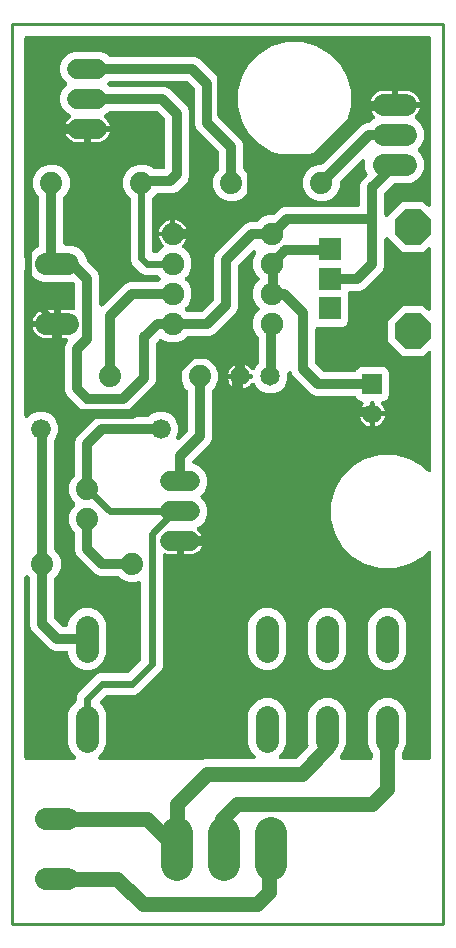
<source format=gbr>
G04 EAGLE Gerber RS-274X export*
G75*
%MOMM*%
%FSLAX34Y34*%
%LPD*%
%INBottom Copper*%
%IPPOS*%
%AMOC8*
5,1,8,0,0,1.08239X$1,22.5*%
G01*
%ADD10R,1.651000X1.651000*%
%ADD11C,1.651000*%
%ADD12C,2.705100*%
%ADD13C,1.676400*%
%ADD14C,1.879600*%
%ADD15C,1.905000*%
%ADD16C,1.879600*%
%ADD17C,1.981200*%
%ADD18C,1.676400*%
%ADD19R,1.879600X1.879600*%
%ADD20P,3.247170X8X202.500000*%
%ADD21C,1.270000*%
%ADD22C,0.152400*%
%ADD23C,0.812800*%
%ADD24C,0.609600*%
%ADD25C,0.254000*%

G36*
X52229Y138940D02*
X52229Y138940D01*
X52238Y138939D01*
X52430Y138960D01*
X52621Y138979D01*
X52629Y138981D01*
X52638Y138982D01*
X52820Y139040D01*
X53006Y139097D01*
X53014Y139101D01*
X53022Y139104D01*
X53190Y139197D01*
X53360Y139289D01*
X53366Y139294D01*
X53374Y139299D01*
X53521Y139423D01*
X53669Y139546D01*
X53675Y139553D01*
X53681Y139559D01*
X53800Y139710D01*
X53921Y139860D01*
X53925Y139868D01*
X53931Y139875D01*
X54019Y140048D01*
X54107Y140217D01*
X54109Y140226D01*
X54113Y140234D01*
X54165Y140420D01*
X54218Y140604D01*
X54219Y140613D01*
X54221Y140622D01*
X54235Y140815D01*
X54251Y141006D01*
X54250Y141014D01*
X54251Y141023D01*
X54226Y141216D01*
X54204Y141405D01*
X54201Y141414D01*
X54200Y141423D01*
X54139Y141606D01*
X54079Y141788D01*
X54075Y141796D01*
X54072Y141804D01*
X53976Y141971D01*
X53881Y142139D01*
X53876Y142146D01*
X53871Y142153D01*
X53656Y142406D01*
X49934Y146129D01*
X47497Y152011D01*
X47497Y178189D01*
X49934Y184071D01*
X53760Y187898D01*
X53777Y187918D01*
X53798Y187936D01*
X53905Y188074D01*
X54015Y188209D01*
X54028Y188233D01*
X54044Y188254D01*
X54122Y188411D01*
X54204Y188565D01*
X54212Y188590D01*
X54224Y188614D01*
X54269Y188784D01*
X54319Y188951D01*
X54321Y188977D01*
X54328Y189003D01*
X54355Y189334D01*
X54355Y192319D01*
X55747Y195680D01*
X71020Y210953D01*
X74381Y212345D01*
X96971Y212345D01*
X96997Y212347D01*
X97024Y212345D01*
X97198Y212367D01*
X97371Y212385D01*
X97397Y212392D01*
X97423Y212396D01*
X97589Y212451D01*
X97756Y212503D01*
X97780Y212516D01*
X97805Y212524D01*
X97957Y212611D01*
X98110Y212695D01*
X98131Y212712D01*
X98154Y212725D01*
X98407Y212940D01*
X108370Y222903D01*
X108387Y222924D01*
X108408Y222941D01*
X108515Y223079D01*
X108625Y223214D01*
X108638Y223238D01*
X108654Y223259D01*
X108732Y223416D01*
X108814Y223570D01*
X108822Y223596D01*
X108834Y223620D01*
X108879Y223789D01*
X108929Y223956D01*
X108931Y223983D01*
X108938Y224009D01*
X108965Y224339D01*
X108965Y288039D01*
X108964Y288053D01*
X108965Y288066D01*
X108944Y288252D01*
X108925Y288440D01*
X108921Y288453D01*
X108920Y288466D01*
X108863Y288644D01*
X108807Y288825D01*
X108801Y288837D01*
X108797Y288850D01*
X108705Y289014D01*
X108615Y289179D01*
X108607Y289189D01*
X108600Y289201D01*
X108477Y289345D01*
X108358Y289488D01*
X108347Y289497D01*
X108339Y289507D01*
X108190Y289623D01*
X108044Y289741D01*
X108032Y289747D01*
X108022Y289755D01*
X107852Y289840D01*
X107687Y289926D01*
X107674Y289930D01*
X107662Y289936D01*
X107480Y289986D01*
X107300Y290038D01*
X107286Y290039D01*
X107273Y290042D01*
X107087Y290055D01*
X106898Y290070D01*
X106885Y290069D01*
X106872Y290070D01*
X106685Y290045D01*
X106499Y290023D01*
X106486Y290019D01*
X106473Y290018D01*
X106157Y289916D01*
X104682Y289305D01*
X98518Y289305D01*
X92823Y291664D01*
X90443Y294044D01*
X90422Y294061D01*
X90405Y294082D01*
X90267Y294189D01*
X90131Y294299D01*
X90108Y294312D01*
X90087Y294328D01*
X89930Y294406D01*
X89776Y294488D01*
X89750Y294496D01*
X89726Y294508D01*
X89557Y294553D01*
X89390Y294603D01*
X89363Y294605D01*
X89337Y294612D01*
X89007Y294639D01*
X74179Y294639D01*
X70444Y296186D01*
X54886Y311744D01*
X53339Y315479D01*
X53339Y330306D01*
X53337Y330333D01*
X53339Y330360D01*
X53317Y330534D01*
X53299Y330707D01*
X53292Y330733D01*
X53288Y330759D01*
X53233Y330925D01*
X53181Y331092D01*
X53168Y331116D01*
X53160Y331141D01*
X53073Y331293D01*
X52989Y331446D01*
X52972Y331467D01*
X52959Y331490D01*
X52744Y331743D01*
X50364Y334123D01*
X48005Y339818D01*
X48005Y345982D01*
X50364Y351677D01*
X52851Y354164D01*
X52862Y354177D01*
X52876Y354189D01*
X52990Y354333D01*
X53106Y354475D01*
X53114Y354491D01*
X53125Y354505D01*
X53209Y354669D01*
X53295Y354831D01*
X53300Y354848D01*
X53308Y354864D01*
X53357Y355041D01*
X53409Y355217D01*
X53411Y355235D01*
X53416Y355252D01*
X53429Y355435D01*
X53446Y355618D01*
X53444Y355636D01*
X53445Y355653D01*
X53422Y355835D01*
X53402Y356018D01*
X53397Y356035D01*
X53395Y356053D01*
X53336Y356226D01*
X53281Y356402D01*
X53272Y356418D01*
X53266Y356434D01*
X53175Y356593D01*
X53086Y356754D01*
X53074Y356768D01*
X53066Y356783D01*
X52851Y357036D01*
X50364Y359523D01*
X48005Y365218D01*
X48005Y371382D01*
X50364Y377077D01*
X52744Y379457D01*
X52761Y379478D01*
X52782Y379495D01*
X52889Y379633D01*
X52999Y379769D01*
X53012Y379792D01*
X53028Y379813D01*
X53106Y379970D01*
X53188Y380124D01*
X53196Y380150D01*
X53208Y380174D01*
X53253Y380343D01*
X53303Y380510D01*
X53305Y380537D01*
X53312Y380563D01*
X53339Y380894D01*
X53339Y408421D01*
X54886Y412156D01*
X70444Y427714D01*
X74179Y429261D01*
X114573Y429261D01*
X114600Y429263D01*
X114627Y429261D01*
X114801Y429283D01*
X114974Y429301D01*
X114999Y429308D01*
X115026Y429312D01*
X115192Y429367D01*
X115359Y429419D01*
X115382Y429432D01*
X115408Y429440D01*
X115559Y429527D01*
X115713Y429611D01*
X115733Y429628D01*
X115757Y429641D01*
X116010Y429856D01*
X117528Y431374D01*
X118065Y431597D01*
X122850Y433579D01*
X128610Y433579D01*
X133932Y431374D01*
X138004Y427302D01*
X140209Y421980D01*
X140209Y416220D01*
X138713Y412609D01*
X138712Y412605D01*
X138710Y412601D01*
X138655Y412416D01*
X138597Y412224D01*
X138596Y412219D01*
X138595Y412215D01*
X138577Y412017D01*
X138558Y411823D01*
X138559Y411818D01*
X138558Y411814D01*
X138580Y411618D01*
X138600Y411422D01*
X138601Y411418D01*
X138602Y411414D01*
X138660Y411229D01*
X138720Y411038D01*
X138722Y411034D01*
X138723Y411030D01*
X138819Y410856D01*
X138913Y410685D01*
X138916Y410681D01*
X138918Y410677D01*
X139047Y410525D01*
X139172Y410377D01*
X139176Y410374D01*
X139179Y410370D01*
X139332Y410249D01*
X139487Y410126D01*
X139491Y410124D01*
X139495Y410121D01*
X139672Y410031D01*
X139845Y409942D01*
X139849Y409940D01*
X139854Y409938D01*
X140045Y409885D01*
X140233Y409832D01*
X140237Y409832D01*
X140241Y409830D01*
X140443Y409816D01*
X140634Y409801D01*
X140638Y409801D01*
X140643Y409801D01*
X140841Y409826D01*
X141034Y409850D01*
X141038Y409851D01*
X141042Y409851D01*
X141227Y409914D01*
X141416Y409976D01*
X141420Y409978D01*
X141424Y409980D01*
X141595Y410078D01*
X141766Y410175D01*
X141769Y410178D01*
X141773Y410181D01*
X142026Y410395D01*
X147994Y416364D01*
X148011Y416384D01*
X148032Y416402D01*
X148139Y416540D01*
X148249Y416675D01*
X148262Y416699D01*
X148278Y416720D01*
X148356Y416877D01*
X148438Y417031D01*
X148446Y417056D01*
X148458Y417081D01*
X148503Y417250D01*
X148553Y417417D01*
X148555Y417443D01*
X148562Y417469D01*
X148589Y417800D01*
X148589Y450956D01*
X148587Y450983D01*
X148589Y451010D01*
X148567Y451184D01*
X148549Y451357D01*
X148542Y451383D01*
X148538Y451409D01*
X148483Y451575D01*
X148431Y451742D01*
X148418Y451766D01*
X148410Y451791D01*
X148323Y451943D01*
X148239Y452096D01*
X148222Y452117D01*
X148209Y452140D01*
X147994Y452393D01*
X145614Y454773D01*
X143255Y460468D01*
X143255Y466632D01*
X145614Y472327D01*
X149973Y476686D01*
X155668Y479045D01*
X161832Y479045D01*
X167527Y476686D01*
X171886Y472327D01*
X174245Y466632D01*
X174245Y460468D01*
X171886Y454773D01*
X169506Y452393D01*
X169489Y452372D01*
X169468Y452355D01*
X169361Y452217D01*
X169251Y452081D01*
X169238Y452058D01*
X169222Y452037D01*
X169144Y451880D01*
X169062Y451726D01*
X169054Y451700D01*
X169042Y451676D01*
X168997Y451507D01*
X168947Y451340D01*
X168945Y451313D01*
X168938Y451287D01*
X168911Y450956D01*
X168911Y410729D01*
X167364Y406994D01*
X152996Y392626D01*
X152979Y392606D01*
X152958Y392588D01*
X152851Y392450D01*
X152741Y392315D01*
X152728Y392291D01*
X152712Y392270D01*
X152634Y392113D01*
X152552Y391959D01*
X152544Y391933D01*
X152532Y391909D01*
X152487Y391740D01*
X152437Y391573D01*
X152435Y391547D01*
X152428Y391521D01*
X152401Y391190D01*
X152401Y390942D01*
X152403Y390920D01*
X152401Y390898D01*
X152423Y390720D01*
X152441Y390541D01*
X152447Y390520D01*
X152450Y390498D01*
X152506Y390329D01*
X152559Y390157D01*
X152569Y390137D01*
X152576Y390116D01*
X152665Y389960D01*
X152751Y389803D01*
X152765Y389785D01*
X152776Y389766D01*
X152894Y389631D01*
X153008Y389493D01*
X153026Y389479D01*
X153040Y389462D01*
X153182Y389353D01*
X153322Y389241D01*
X153342Y389231D01*
X153360Y389217D01*
X153655Y389065D01*
X158824Y386924D01*
X162896Y382852D01*
X165101Y377530D01*
X165101Y371770D01*
X162896Y366448D01*
X159834Y363386D01*
X159823Y363373D01*
X159809Y363361D01*
X159696Y363217D01*
X159579Y363075D01*
X159571Y363059D01*
X159560Y363045D01*
X159476Y362881D01*
X159391Y362719D01*
X159386Y362702D01*
X159377Y362686D01*
X159328Y362509D01*
X159276Y362333D01*
X159274Y362315D01*
X159269Y362298D01*
X159256Y362115D01*
X159239Y361932D01*
X159241Y361914D01*
X159240Y361897D01*
X159263Y361715D01*
X159283Y361532D01*
X159288Y361515D01*
X159290Y361497D01*
X159349Y361324D01*
X159404Y361148D01*
X159413Y361132D01*
X159419Y361116D01*
X159511Y360956D01*
X159599Y360796D01*
X159611Y360782D01*
X159620Y360767D01*
X159834Y360514D01*
X162896Y357452D01*
X165101Y352130D01*
X165101Y346370D01*
X162896Y341048D01*
X158824Y336976D01*
X157280Y336336D01*
X157128Y336255D01*
X156974Y336178D01*
X156951Y336160D01*
X156925Y336146D01*
X156792Y336036D01*
X156656Y335930D01*
X156637Y335908D01*
X156615Y335890D01*
X156506Y335756D01*
X156394Y335625D01*
X156380Y335599D01*
X156361Y335577D01*
X156281Y335425D01*
X156197Y335274D01*
X156188Y335246D01*
X156174Y335221D01*
X156126Y335055D01*
X156073Y334891D01*
X156069Y334862D01*
X156061Y334834D01*
X156046Y334662D01*
X156027Y334491D01*
X156029Y334462D01*
X156027Y334433D01*
X156046Y334262D01*
X156060Y334089D01*
X156069Y334061D01*
X156072Y334033D01*
X156124Y333869D01*
X156173Y333703D01*
X156186Y333677D01*
X156195Y333650D01*
X156279Y333499D01*
X156359Y333346D01*
X156377Y333323D01*
X156391Y333298D01*
X156504Y333167D01*
X156612Y333033D01*
X156636Y333012D01*
X156653Y332992D01*
X156720Y332940D01*
X156864Y332816D01*
X157738Y332181D01*
X158953Y330966D01*
X159964Y329575D01*
X160744Y328043D01*
X161199Y326643D01*
X143002Y326643D01*
X142984Y326641D01*
X142967Y326643D01*
X142784Y326622D01*
X142602Y326603D01*
X142585Y326598D01*
X142567Y326596D01*
X142392Y326539D01*
X142217Y326485D01*
X142201Y326477D01*
X142184Y326471D01*
X142024Y326381D01*
X141863Y326293D01*
X141849Y326282D01*
X141833Y326273D01*
X141694Y326153D01*
X141553Y326036D01*
X141542Y326022D01*
X141529Y326010D01*
X141416Y325865D01*
X141301Y325722D01*
X141293Y325706D01*
X141282Y325692D01*
X141200Y325527D01*
X141116Y325365D01*
X141111Y325348D01*
X141103Y325332D01*
X141055Y325153D01*
X141030Y325068D01*
X140868Y325015D01*
X140692Y324961D01*
X140677Y324953D01*
X140660Y324947D01*
X140499Y324856D01*
X140338Y324769D01*
X140325Y324758D01*
X140309Y324749D01*
X140170Y324629D01*
X140029Y324511D01*
X140018Y324498D01*
X140004Y324486D01*
X139891Y324340D01*
X139777Y324198D01*
X139769Y324182D01*
X139758Y324168D01*
X139676Y324003D01*
X139591Y323840D01*
X139586Y323823D01*
X139578Y323807D01*
X139530Y323629D01*
X139480Y323454D01*
X139478Y323436D01*
X139474Y323419D01*
X139447Y323088D01*
X139447Y312927D01*
X132998Y312927D01*
X131300Y313196D01*
X129914Y313647D01*
X129782Y313676D01*
X129652Y313713D01*
X129585Y313718D01*
X129520Y313733D01*
X129385Y313735D01*
X129250Y313746D01*
X129184Y313738D01*
X129118Y313739D01*
X128985Y313715D01*
X128851Y313699D01*
X128787Y313678D01*
X128722Y313666D01*
X128596Y313616D01*
X128468Y313574D01*
X128410Y313541D01*
X128348Y313517D01*
X128235Y313443D01*
X128117Y313376D01*
X128067Y313333D01*
X128011Y313296D01*
X127915Y313201D01*
X127812Y313113D01*
X127772Y313060D01*
X127724Y313014D01*
X127648Y312902D01*
X127566Y312795D01*
X127536Y312735D01*
X127499Y312680D01*
X127447Y312555D01*
X127386Y312434D01*
X127369Y312370D01*
X127343Y312309D01*
X127317Y312176D01*
X127282Y312046D01*
X127276Y311969D01*
X127265Y311914D01*
X127265Y311835D01*
X127255Y311715D01*
X127255Y217891D01*
X125863Y214530D01*
X106780Y195447D01*
X103419Y194055D01*
X80829Y194055D01*
X80803Y194053D01*
X80776Y194055D01*
X80602Y194033D01*
X80429Y194015D01*
X80403Y194008D01*
X80377Y194004D01*
X80211Y193949D01*
X80044Y193897D01*
X80020Y193884D01*
X79995Y193876D01*
X79843Y193789D01*
X79690Y193705D01*
X79669Y193688D01*
X79646Y193675D01*
X79393Y193460D01*
X74971Y189039D01*
X74960Y189025D01*
X74946Y189013D01*
X74832Y188869D01*
X74716Y188727D01*
X74708Y188711D01*
X74697Y188697D01*
X74613Y188533D01*
X74528Y188371D01*
X74523Y188354D01*
X74514Y188338D01*
X74465Y188161D01*
X74413Y187986D01*
X74411Y187968D01*
X74406Y187951D01*
X74393Y187767D01*
X74376Y187585D01*
X74378Y187567D01*
X74377Y187549D01*
X74400Y187367D01*
X74420Y187184D01*
X74425Y187167D01*
X74427Y187150D01*
X74486Y186976D01*
X74541Y186800D01*
X74550Y186785D01*
X74556Y186768D01*
X74647Y186609D01*
X74736Y186448D01*
X74748Y186434D01*
X74757Y186419D01*
X74971Y186166D01*
X77066Y184071D01*
X79503Y178189D01*
X79503Y152011D01*
X77066Y146129D01*
X73344Y142406D01*
X73338Y142399D01*
X73331Y142394D01*
X73211Y142244D01*
X73089Y142095D01*
X73084Y142087D01*
X73079Y142080D01*
X72990Y141910D01*
X72900Y141739D01*
X72897Y141731D01*
X72893Y141723D01*
X72840Y141537D01*
X72785Y141353D01*
X72784Y141344D01*
X72782Y141336D01*
X72766Y141144D01*
X72749Y140952D01*
X72750Y140943D01*
X72749Y140934D01*
X72771Y140745D01*
X72792Y140552D01*
X72795Y140543D01*
X72796Y140535D01*
X72855Y140353D01*
X72914Y140168D01*
X72918Y140160D01*
X72921Y140152D01*
X73016Y139983D01*
X73108Y139816D01*
X73114Y139809D01*
X73119Y139801D01*
X73245Y139655D01*
X73369Y139509D01*
X73376Y139503D01*
X73382Y139497D01*
X73533Y139379D01*
X73685Y139259D01*
X73693Y139255D01*
X73700Y139250D01*
X73872Y139164D01*
X74044Y139077D01*
X74052Y139074D01*
X74060Y139070D01*
X74246Y139020D01*
X74432Y138969D01*
X74441Y138968D01*
X74449Y138966D01*
X74780Y138939D01*
X160994Y138939D01*
X161025Y138942D01*
X161056Y138940D01*
X161225Y138962D01*
X161394Y138979D01*
X161424Y138988D01*
X161455Y138992D01*
X161771Y139093D01*
X162624Y139447D01*
X204112Y139447D01*
X204121Y139448D01*
X204130Y139447D01*
X204322Y139468D01*
X204513Y139487D01*
X204521Y139489D01*
X204530Y139490D01*
X204712Y139548D01*
X204898Y139605D01*
X204906Y139609D01*
X204914Y139612D01*
X205082Y139705D01*
X205252Y139797D01*
X205258Y139802D01*
X205266Y139807D01*
X205413Y139931D01*
X205561Y140054D01*
X205567Y140061D01*
X205573Y140067D01*
X205692Y140217D01*
X205813Y140368D01*
X205817Y140376D01*
X205823Y140383D01*
X205911Y140556D01*
X205999Y140725D01*
X206001Y140734D01*
X206005Y140742D01*
X206057Y140928D01*
X206110Y141112D01*
X206111Y141121D01*
X206113Y141130D01*
X206127Y141322D01*
X206143Y141514D01*
X206142Y141522D01*
X206143Y141531D01*
X206119Y141723D01*
X206096Y141913D01*
X206093Y141922D01*
X206092Y141931D01*
X206031Y142114D01*
X205971Y142296D01*
X205967Y142304D01*
X205964Y142312D01*
X205868Y142479D01*
X205773Y142647D01*
X205768Y142654D01*
X205763Y142661D01*
X205548Y142914D01*
X202334Y146129D01*
X199897Y152011D01*
X199897Y178189D01*
X202334Y184071D01*
X206835Y188572D01*
X212717Y191009D01*
X219083Y191009D01*
X224965Y188572D01*
X229466Y184071D01*
X231903Y178189D01*
X231903Y152011D01*
X229466Y146129D01*
X226252Y142914D01*
X226246Y142907D01*
X226239Y142902D01*
X226119Y142752D01*
X225997Y142603D01*
X225992Y142595D01*
X225987Y142588D01*
X225898Y142418D01*
X225808Y142247D01*
X225805Y142238D01*
X225801Y142231D01*
X225748Y142046D01*
X225693Y141861D01*
X225692Y141852D01*
X225690Y141844D01*
X225674Y141653D01*
X225657Y141460D01*
X225658Y141451D01*
X225657Y141442D01*
X225679Y141253D01*
X225700Y141060D01*
X225703Y141051D01*
X225704Y141043D01*
X225763Y140861D01*
X225822Y140676D01*
X225826Y140668D01*
X225829Y140660D01*
X225924Y140491D01*
X226016Y140324D01*
X226022Y140317D01*
X226027Y140309D01*
X226153Y140163D01*
X226277Y140017D01*
X226284Y140011D01*
X226290Y140004D01*
X226441Y139887D01*
X226593Y139767D01*
X226601Y139763D01*
X226608Y139758D01*
X226780Y139672D01*
X226952Y139585D01*
X226960Y139582D01*
X226968Y139578D01*
X227154Y139528D01*
X227340Y139477D01*
X227349Y139476D01*
X227357Y139474D01*
X227688Y139447D01*
X238965Y139447D01*
X238991Y139449D01*
X239018Y139447D01*
X239192Y139469D01*
X239365Y139487D01*
X239391Y139494D01*
X239418Y139498D01*
X239583Y139553D01*
X239750Y139605D01*
X239774Y139618D01*
X239799Y139626D01*
X239951Y139713D01*
X240104Y139797D01*
X240125Y139814D01*
X240148Y139827D01*
X240401Y140042D01*
X250228Y149868D01*
X250242Y149885D01*
X250259Y149900D01*
X250369Y150041D01*
X250483Y150180D01*
X250493Y150199D01*
X250507Y150217D01*
X250587Y150377D01*
X250671Y150535D01*
X250678Y150557D01*
X250688Y150577D01*
X250735Y150749D01*
X250786Y150921D01*
X250788Y150944D01*
X250794Y150965D01*
X250806Y151143D01*
X250822Y151322D01*
X250820Y151345D01*
X250822Y151367D01*
X250798Y151543D01*
X250779Y151722D01*
X250772Y151744D01*
X250769Y151766D01*
X250697Y151990D01*
X250697Y178189D01*
X253134Y184071D01*
X257635Y188572D01*
X263517Y191009D01*
X269883Y191009D01*
X275765Y188572D01*
X280266Y184071D01*
X282703Y178189D01*
X282703Y152011D01*
X280266Y146129D01*
X278546Y144409D01*
X278527Y144385D01*
X278503Y144365D01*
X278399Y144230D01*
X278291Y144098D01*
X278277Y144070D01*
X278258Y144045D01*
X278106Y143750D01*
X277277Y141747D01*
X277273Y141734D01*
X277267Y141723D01*
X277215Y141543D01*
X277160Y141362D01*
X277159Y141349D01*
X277155Y141336D01*
X277140Y141148D01*
X277122Y140961D01*
X277123Y140948D01*
X277122Y140934D01*
X277144Y140748D01*
X277164Y140561D01*
X277168Y140548D01*
X277169Y140535D01*
X277228Y140355D01*
X277283Y140176D01*
X277290Y140165D01*
X277294Y140152D01*
X277387Y139988D01*
X277477Y139823D01*
X277485Y139813D01*
X277492Y139801D01*
X277614Y139659D01*
X277736Y139515D01*
X277746Y139507D01*
X277755Y139497D01*
X277903Y139382D01*
X278051Y139264D01*
X278063Y139258D01*
X278073Y139250D01*
X278241Y139166D01*
X278409Y139080D01*
X278422Y139076D01*
X278434Y139070D01*
X278616Y139021D01*
X278796Y138970D01*
X278809Y138969D01*
X278822Y138966D01*
X279153Y138939D01*
X303022Y138939D01*
X303040Y138941D01*
X303058Y138939D01*
X303240Y138960D01*
X303423Y138979D01*
X303440Y138984D01*
X303457Y138986D01*
X303632Y139043D01*
X303808Y139097D01*
X303823Y139105D01*
X303840Y139111D01*
X304000Y139201D01*
X304162Y139289D01*
X304175Y139300D01*
X304191Y139309D01*
X304330Y139429D01*
X304471Y139546D01*
X304482Y139560D01*
X304496Y139572D01*
X304608Y139717D01*
X304723Y139860D01*
X304731Y139876D01*
X304742Y139890D01*
X304824Y140054D01*
X304909Y140217D01*
X304914Y140234D01*
X304922Y140251D01*
X304969Y140429D01*
X305020Y140604D01*
X305022Y140622D01*
X305026Y140639D01*
X305053Y140970D01*
X305053Y144168D01*
X305051Y144195D01*
X305053Y144221D01*
X305031Y144395D01*
X305013Y144569D01*
X305005Y144594D01*
X305002Y144621D01*
X304947Y144786D01*
X304895Y144954D01*
X304882Y144977D01*
X304874Y145003D01*
X304787Y145154D01*
X304703Y145308D01*
X304686Y145328D01*
X304673Y145351D01*
X304458Y145604D01*
X303933Y146129D01*
X301497Y152011D01*
X301497Y178189D01*
X303934Y184071D01*
X308435Y188572D01*
X314317Y191009D01*
X320683Y191009D01*
X326565Y188572D01*
X331066Y184071D01*
X333503Y178189D01*
X333503Y152011D01*
X331067Y146129D01*
X330542Y145604D01*
X330525Y145584D01*
X330504Y145566D01*
X330398Y145429D01*
X330287Y145293D01*
X330274Y145269D01*
X330258Y145248D01*
X330180Y145092D01*
X330098Y144937D01*
X330090Y144912D01*
X330078Y144888D01*
X330033Y144719D01*
X329983Y144551D01*
X329981Y144525D01*
X329974Y144499D01*
X329947Y144168D01*
X329947Y140970D01*
X329949Y140952D01*
X329947Y140934D01*
X329968Y140752D01*
X329987Y140569D01*
X329992Y140552D01*
X329994Y140535D01*
X330051Y140360D01*
X330105Y140184D01*
X330113Y140169D01*
X330119Y140152D01*
X330209Y139992D01*
X330297Y139830D01*
X330308Y139817D01*
X330317Y139801D01*
X330437Y139662D01*
X330554Y139521D01*
X330568Y139510D01*
X330580Y139497D01*
X330725Y139384D01*
X330868Y139269D01*
X330884Y139261D01*
X330898Y139250D01*
X331063Y139168D01*
X331225Y139083D01*
X331242Y139078D01*
X331258Y139070D01*
X331437Y139023D01*
X331612Y138972D01*
X331630Y138970D01*
X331647Y138966D01*
X331978Y138939D01*
X352808Y138939D01*
X352826Y138941D01*
X352844Y138939D01*
X353026Y138960D01*
X353209Y138979D01*
X353226Y138984D01*
X353243Y138986D01*
X353418Y139043D01*
X353594Y139097D01*
X353609Y139105D01*
X353626Y139111D01*
X353786Y139201D01*
X353948Y139289D01*
X353961Y139300D01*
X353977Y139309D01*
X354116Y139429D01*
X354257Y139546D01*
X354268Y139560D01*
X354282Y139572D01*
X354394Y139717D01*
X354509Y139860D01*
X354517Y139876D01*
X354528Y139890D01*
X354610Y140054D01*
X354695Y140217D01*
X354700Y140234D01*
X354708Y140251D01*
X354755Y140429D01*
X354806Y140604D01*
X354808Y140622D01*
X354812Y140639D01*
X354839Y140970D01*
X354839Y313794D01*
X354838Y313802D01*
X354839Y313811D01*
X354818Y314003D01*
X354799Y314194D01*
X354797Y314203D01*
X354796Y314212D01*
X354738Y314394D01*
X354681Y314579D01*
X354677Y314587D01*
X354674Y314596D01*
X354581Y314764D01*
X354489Y314933D01*
X354484Y314940D01*
X354479Y314948D01*
X354355Y315094D01*
X354232Y315242D01*
X354225Y315248D01*
X354219Y315255D01*
X354068Y315374D01*
X353918Y315495D01*
X353910Y315499D01*
X353903Y315504D01*
X353730Y315592D01*
X353561Y315680D01*
X353552Y315683D01*
X353544Y315687D01*
X353358Y315739D01*
X353174Y315792D01*
X353165Y315792D01*
X353156Y315795D01*
X352963Y315809D01*
X352772Y315825D01*
X352764Y315824D01*
X352755Y315824D01*
X352562Y315800D01*
X352373Y315778D01*
X352364Y315775D01*
X352355Y315774D01*
X352172Y315712D01*
X351990Y315653D01*
X351982Y315648D01*
X351974Y315646D01*
X351807Y315549D01*
X351639Y315455D01*
X351632Y315449D01*
X351625Y315445D01*
X351372Y315230D01*
X346977Y310835D01*
X336030Y304515D01*
X323820Y301243D01*
X311180Y301243D01*
X298970Y304515D01*
X288023Y310835D01*
X279085Y319773D01*
X272765Y330720D01*
X269493Y342930D01*
X269493Y355570D01*
X272765Y367780D01*
X279085Y378727D01*
X288023Y387665D01*
X298970Y393985D01*
X311180Y397257D01*
X323820Y397257D01*
X336030Y393985D01*
X346977Y387665D01*
X351372Y383270D01*
X351379Y383264D01*
X351384Y383258D01*
X351392Y383251D01*
X351396Y383247D01*
X351446Y383208D01*
X351534Y383137D01*
X351683Y383015D01*
X351691Y383011D01*
X351698Y383005D01*
X351868Y382917D01*
X352039Y382826D01*
X352048Y382824D01*
X352055Y382820D01*
X352240Y382767D01*
X352425Y382712D01*
X352434Y382711D01*
X352442Y382708D01*
X352634Y382693D01*
X352826Y382675D01*
X352835Y382676D01*
X352844Y382675D01*
X353033Y382698D01*
X353226Y382719D01*
X353235Y382721D01*
X353243Y382722D01*
X353425Y382782D01*
X353610Y382840D01*
X353618Y382844D01*
X353626Y382847D01*
X353795Y382942D01*
X353962Y383035D01*
X353969Y383041D01*
X353977Y383045D01*
X354123Y383171D01*
X354269Y383295D01*
X354275Y383302D01*
X354282Y383308D01*
X354399Y383460D01*
X354519Y383611D01*
X354523Y383619D01*
X354528Y383626D01*
X354614Y383798D01*
X354701Y383970D01*
X354704Y383979D01*
X354708Y383987D01*
X354758Y384173D01*
X354809Y384358D01*
X354810Y384367D01*
X354812Y384376D01*
X354839Y384706D01*
X354839Y483110D01*
X354838Y483119D01*
X354839Y483128D01*
X354818Y483320D01*
X354799Y483511D01*
X354797Y483519D01*
X354796Y483528D01*
X354738Y483710D01*
X354681Y483896D01*
X354677Y483904D01*
X354674Y483912D01*
X354581Y484080D01*
X354489Y484250D01*
X354484Y484257D01*
X354479Y484264D01*
X354355Y484411D01*
X354232Y484559D01*
X354225Y484565D01*
X354219Y484571D01*
X354068Y484690D01*
X353918Y484811D01*
X353910Y484815D01*
X353903Y484821D01*
X353730Y484909D01*
X353561Y484997D01*
X353552Y484999D01*
X353544Y485003D01*
X353358Y485055D01*
X353174Y485108D01*
X353165Y485109D01*
X353156Y485111D01*
X352963Y485125D01*
X352772Y485141D01*
X352764Y485140D01*
X352755Y485141D01*
X352562Y485116D01*
X352373Y485094D01*
X352364Y485091D01*
X352355Y485090D01*
X352172Y485029D01*
X351990Y484969D01*
X351982Y484965D01*
X351974Y484962D01*
X351807Y484866D01*
X351639Y484771D01*
X351632Y484766D01*
X351625Y484761D01*
X351372Y484546D01*
X347829Y481003D01*
X330351Y481003D01*
X317993Y493361D01*
X317993Y510839D01*
X330351Y523197D01*
X347829Y523197D01*
X351372Y519654D01*
X351379Y519648D01*
X351384Y519641D01*
X351534Y519521D01*
X351683Y519398D01*
X351691Y519394D01*
X351698Y519389D01*
X351868Y519300D01*
X352039Y519210D01*
X352048Y519207D01*
X352055Y519203D01*
X352240Y519150D01*
X352425Y519095D01*
X352434Y519094D01*
X352442Y519092D01*
X352634Y519076D01*
X352826Y519059D01*
X352835Y519060D01*
X352844Y519059D01*
X353033Y519081D01*
X353226Y519102D01*
X353235Y519105D01*
X353243Y519106D01*
X353425Y519165D01*
X353610Y519224D01*
X353618Y519228D01*
X353626Y519231D01*
X353795Y519326D01*
X353962Y519418D01*
X353969Y519424D01*
X353977Y519429D01*
X354123Y519555D01*
X354269Y519679D01*
X354275Y519686D01*
X354282Y519692D01*
X354399Y519843D01*
X354519Y519995D01*
X354523Y520003D01*
X354528Y520010D01*
X354614Y520182D01*
X354701Y520354D01*
X354704Y520362D01*
X354708Y520370D01*
X354758Y520556D01*
X354809Y520742D01*
X354810Y520751D01*
X354812Y520759D01*
X354839Y521090D01*
X354839Y571110D01*
X354838Y571119D01*
X354839Y571128D01*
X354818Y571320D01*
X354799Y571511D01*
X354797Y571519D01*
X354796Y571528D01*
X354738Y571710D01*
X354681Y571896D01*
X354677Y571904D01*
X354674Y571912D01*
X354581Y572080D01*
X354489Y572250D01*
X354484Y572257D01*
X354479Y572264D01*
X354355Y572411D01*
X354232Y572559D01*
X354225Y572565D01*
X354219Y572571D01*
X354068Y572690D01*
X353918Y572811D01*
X353910Y572815D01*
X353903Y572821D01*
X353730Y572909D01*
X353561Y572997D01*
X353552Y572999D01*
X353544Y573003D01*
X353358Y573055D01*
X353174Y573108D01*
X353165Y573109D01*
X353156Y573111D01*
X352963Y573125D01*
X352772Y573141D01*
X352764Y573140D01*
X352755Y573141D01*
X352562Y573116D01*
X352373Y573094D01*
X352364Y573091D01*
X352355Y573090D01*
X352172Y573029D01*
X351990Y572969D01*
X351982Y572965D01*
X351974Y572962D01*
X351807Y572866D01*
X351639Y572771D01*
X351632Y572766D01*
X351625Y572761D01*
X351372Y572546D01*
X347829Y569003D01*
X330351Y569003D01*
X318428Y580926D01*
X318421Y580932D01*
X318416Y580939D01*
X318266Y581059D01*
X318117Y581182D01*
X318109Y581186D01*
X318102Y581191D01*
X317932Y581280D01*
X317761Y581370D01*
X317752Y581373D01*
X317745Y581377D01*
X317560Y581430D01*
X317375Y581485D01*
X317366Y581486D01*
X317358Y581488D01*
X317166Y581504D01*
X316974Y581521D01*
X316965Y581520D01*
X316956Y581521D01*
X316767Y581499D01*
X316574Y581478D01*
X316565Y581475D01*
X316557Y581474D01*
X316375Y581415D01*
X316190Y581356D01*
X316182Y581352D01*
X316174Y581349D01*
X316005Y581254D01*
X315838Y581162D01*
X315831Y581156D01*
X315823Y581151D01*
X315677Y581025D01*
X315531Y580901D01*
X315525Y580894D01*
X315518Y580888D01*
X315400Y580735D01*
X315281Y580585D01*
X315277Y580577D01*
X315272Y580570D01*
X315186Y580398D01*
X315099Y580226D01*
X315096Y580218D01*
X315092Y580210D01*
X315042Y580023D01*
X314991Y579838D01*
X314990Y579829D01*
X314988Y579821D01*
X314961Y579490D01*
X314961Y556779D01*
X313414Y553044D01*
X297856Y537486D01*
X294121Y535939D01*
X286128Y535939D01*
X286106Y535937D01*
X286084Y535939D01*
X285906Y535917D01*
X285728Y535899D01*
X285706Y535893D01*
X285684Y535890D01*
X285514Y535834D01*
X285343Y535781D01*
X285323Y535771D01*
X285302Y535764D01*
X285146Y535675D01*
X284989Y535589D01*
X284972Y535575D01*
X284952Y535564D01*
X284817Y535446D01*
X284680Y535332D01*
X284666Y535314D01*
X284649Y535300D01*
X284539Y535157D01*
X284427Y535018D01*
X284417Y534998D01*
X284403Y534981D01*
X284252Y534685D01*
X284124Y534377D01*
X284116Y534352D01*
X284104Y534328D01*
X284058Y534159D01*
X284008Y533992D01*
X284005Y533965D01*
X283998Y533939D01*
X283986Y533764D01*
X283970Y533591D01*
X283972Y533565D01*
X283970Y533538D01*
X283993Y533364D01*
X284011Y533191D01*
X284019Y533165D01*
X284023Y533139D01*
X284124Y532823D01*
X284585Y531711D01*
X284585Y510489D01*
X283657Y508248D01*
X281942Y506533D01*
X279701Y505605D01*
X258572Y505605D01*
X258554Y505603D01*
X258536Y505605D01*
X258354Y505584D01*
X258171Y505565D01*
X258154Y505560D01*
X258137Y505558D01*
X257962Y505501D01*
X257786Y505447D01*
X257771Y505439D01*
X257754Y505433D01*
X257594Y505343D01*
X257432Y505255D01*
X257419Y505244D01*
X257403Y505235D01*
X257264Y505115D01*
X257123Y504998D01*
X257112Y504984D01*
X257098Y504972D01*
X256986Y504827D01*
X256871Y504684D01*
X256863Y504668D01*
X256852Y504654D01*
X256769Y504489D01*
X256685Y504327D01*
X256680Y504310D01*
X256672Y504294D01*
X256625Y504115D01*
X256574Y503940D01*
X256572Y503922D01*
X256568Y503905D01*
X256541Y503574D01*
X256541Y474950D01*
X256543Y474924D01*
X256541Y474897D01*
X256563Y474723D01*
X256581Y474549D01*
X256588Y474524D01*
X256592Y474497D01*
X256647Y474332D01*
X256699Y474165D01*
X256712Y474141D01*
X256720Y474116D01*
X256807Y473964D01*
X256891Y473811D01*
X256908Y473790D01*
X256921Y473767D01*
X257136Y473514D01*
X262694Y467956D01*
X262714Y467939D01*
X262732Y467918D01*
X262870Y467811D01*
X263005Y467701D01*
X263029Y467688D01*
X263050Y467672D01*
X263207Y467594D01*
X263361Y467512D01*
X263386Y467504D01*
X263411Y467492D01*
X263580Y467447D01*
X263747Y467397D01*
X263773Y467395D01*
X263799Y467388D01*
X264130Y467361D01*
X289461Y467361D01*
X289483Y467363D01*
X289505Y467361D01*
X289683Y467383D01*
X289862Y467401D01*
X289883Y467407D01*
X289905Y467410D01*
X290074Y467466D01*
X290246Y467519D01*
X290266Y467529D01*
X290287Y467536D01*
X290443Y467625D01*
X290600Y467711D01*
X290618Y467725D01*
X290637Y467736D01*
X290772Y467854D01*
X290910Y467968D01*
X290924Y467986D01*
X290941Y468000D01*
X291050Y468142D01*
X291162Y468282D01*
X291172Y468302D01*
X291186Y468320D01*
X291338Y468615D01*
X291376Y468709D01*
X293091Y470424D01*
X295332Y471352D01*
X314268Y471352D01*
X316509Y470424D01*
X318224Y468709D01*
X319152Y466468D01*
X319152Y447532D01*
X318224Y445291D01*
X316509Y443576D01*
X314254Y442643D01*
X314114Y442627D01*
X313922Y442608D01*
X313914Y442606D01*
X313905Y442605D01*
X313721Y442547D01*
X313538Y442490D01*
X313530Y442486D01*
X313521Y442483D01*
X313352Y442390D01*
X313184Y442298D01*
X313177Y442293D01*
X313169Y442288D01*
X313021Y442163D01*
X312874Y442041D01*
X312869Y442034D01*
X312862Y442028D01*
X312742Y441876D01*
X312622Y441727D01*
X312618Y441719D01*
X312612Y441712D01*
X312525Y441540D01*
X312436Y441370D01*
X312434Y441361D01*
X312430Y441353D01*
X312379Y441169D01*
X312325Y440983D01*
X312324Y440974D01*
X312322Y440965D01*
X312308Y440774D01*
X312292Y440581D01*
X312293Y440573D01*
X312293Y440564D01*
X312317Y440371D01*
X312339Y440182D01*
X312342Y440173D01*
X312343Y440164D01*
X312404Y439981D01*
X312464Y439799D01*
X312468Y439791D01*
X312471Y439782D01*
X312567Y439616D01*
X312662Y439448D01*
X312668Y439441D01*
X312672Y439434D01*
X312887Y439181D01*
X313035Y439033D01*
X314033Y437658D01*
X314805Y436144D01*
X315330Y434528D01*
X315409Y434031D01*
X306831Y434031D01*
X306831Y440617D01*
X306830Y440635D01*
X306831Y440653D01*
X306810Y440835D01*
X306791Y441018D01*
X306786Y441035D01*
X306784Y441052D01*
X306727Y441227D01*
X306673Y441403D01*
X306665Y441418D01*
X306659Y441435D01*
X306569Y441595D01*
X306482Y441757D01*
X306470Y441770D01*
X306461Y441786D01*
X306341Y441925D01*
X306224Y442066D01*
X306210Y442077D01*
X306198Y442091D01*
X306054Y442203D01*
X305910Y442318D01*
X305894Y442326D01*
X305880Y442337D01*
X305715Y442419D01*
X305553Y442504D01*
X305536Y442509D01*
X305520Y442517D01*
X305342Y442564D01*
X305166Y442615D01*
X305148Y442617D01*
X305131Y442621D01*
X304800Y442648D01*
X304782Y442647D01*
X304765Y442648D01*
X304764Y442648D01*
X304582Y442627D01*
X304399Y442608D01*
X304382Y442603D01*
X304364Y442601D01*
X304190Y442544D01*
X304014Y442490D01*
X303999Y442482D01*
X303982Y442476D01*
X303821Y442386D01*
X303660Y442298D01*
X303647Y442287D01*
X303631Y442278D01*
X303492Y442158D01*
X303351Y442041D01*
X303340Y442027D01*
X303326Y442015D01*
X303214Y441870D01*
X303099Y441727D01*
X303090Y441711D01*
X303080Y441697D01*
X302998Y441532D01*
X302913Y441370D01*
X302908Y441353D01*
X302900Y441337D01*
X302852Y441158D01*
X302802Y440983D01*
X302800Y440965D01*
X302796Y440948D01*
X302769Y440617D01*
X302769Y434031D01*
X294191Y434031D01*
X294270Y434528D01*
X294795Y436144D01*
X295567Y437658D01*
X296565Y439033D01*
X296713Y439181D01*
X296719Y439188D01*
X296726Y439193D01*
X296846Y439343D01*
X296968Y439492D01*
X296972Y439500D01*
X296978Y439507D01*
X297066Y439677D01*
X297157Y439848D01*
X297159Y439856D01*
X297164Y439864D01*
X297217Y440049D01*
X297272Y440234D01*
X297272Y440243D01*
X297275Y440251D01*
X297291Y440443D01*
X297308Y440635D01*
X297307Y440644D01*
X297308Y440653D01*
X297286Y440842D01*
X297265Y441035D01*
X297262Y441043D01*
X297261Y441052D01*
X297201Y441236D01*
X297143Y441419D01*
X297139Y441427D01*
X297136Y441435D01*
X297041Y441604D01*
X296948Y441771D01*
X296943Y441778D01*
X296938Y441786D01*
X296812Y441932D01*
X296688Y442078D01*
X296681Y442084D01*
X296675Y442091D01*
X296524Y442208D01*
X296372Y442328D01*
X296364Y442332D01*
X296357Y442337D01*
X296184Y442423D01*
X296013Y442510D01*
X296005Y442513D01*
X295996Y442517D01*
X295809Y442567D01*
X295625Y442618D01*
X295616Y442619D01*
X295608Y442621D01*
X295346Y442643D01*
X293091Y443576D01*
X291376Y445291D01*
X291172Y445785D01*
X291161Y445805D01*
X291154Y445826D01*
X291067Y445982D01*
X290982Y446140D01*
X290967Y446157D01*
X290957Y446177D01*
X290840Y446312D01*
X290725Y446451D01*
X290708Y446465D01*
X290693Y446482D01*
X290552Y446591D01*
X290413Y446704D01*
X290393Y446715D01*
X290375Y446728D01*
X290215Y446808D01*
X290056Y446891D01*
X290035Y446898D01*
X290015Y446908D01*
X289842Y446954D01*
X289670Y447004D01*
X289648Y447006D01*
X289626Y447012D01*
X289295Y447039D01*
X257059Y447039D01*
X253324Y448586D01*
X237766Y464144D01*
X236700Y466719D01*
X236698Y466723D01*
X236696Y466728D01*
X236603Y466900D01*
X236509Y467074D01*
X236507Y467078D01*
X236504Y467082D01*
X236380Y467230D01*
X236253Y467385D01*
X236250Y467387D01*
X236247Y467391D01*
X236094Y467514D01*
X235940Y467638D01*
X235936Y467640D01*
X235933Y467643D01*
X235758Y467734D01*
X235584Y467825D01*
X235580Y467827D01*
X235576Y467829D01*
X235386Y467883D01*
X235197Y467938D01*
X235193Y467939D01*
X235189Y467940D01*
X234991Y467956D01*
X234796Y467973D01*
X234792Y467973D01*
X234787Y467973D01*
X234590Y467950D01*
X234396Y467928D01*
X234392Y467927D01*
X234388Y467926D01*
X234199Y467864D01*
X234013Y467805D01*
X234009Y467803D01*
X234005Y467801D01*
X233832Y467704D01*
X233661Y467608D01*
X233658Y467605D01*
X233654Y467603D01*
X233505Y467475D01*
X233356Y467347D01*
X233353Y467343D01*
X233349Y467340D01*
X233231Y467188D01*
X233107Y467030D01*
X233105Y467025D01*
X233103Y467022D01*
X233016Y466847D01*
X232927Y466670D01*
X232925Y466666D01*
X232923Y466661D01*
X232870Y466463D01*
X232820Y466281D01*
X232820Y466277D01*
X232819Y466273D01*
X232792Y465942D01*
X232792Y460695D01*
X230607Y455420D01*
X226570Y451383D01*
X222173Y449562D01*
X221295Y449198D01*
X215585Y449198D01*
X210310Y451383D01*
X206273Y455420D01*
X205557Y457150D01*
X205475Y457302D01*
X205398Y457456D01*
X205380Y457479D01*
X205367Y457505D01*
X205257Y457638D01*
X205151Y457774D01*
X205129Y457793D01*
X205110Y457815D01*
X204976Y457924D01*
X204845Y458036D01*
X204820Y458051D01*
X204798Y458069D01*
X204645Y458149D01*
X204494Y458234D01*
X204467Y458242D01*
X204441Y458256D01*
X204276Y458304D01*
X204111Y458357D01*
X204082Y458361D01*
X204055Y458369D01*
X203882Y458384D01*
X203711Y458403D01*
X203682Y458401D01*
X203654Y458404D01*
X203482Y458384D01*
X203310Y458370D01*
X203282Y458362D01*
X203254Y458358D01*
X203089Y458306D01*
X202923Y458257D01*
X202898Y458244D01*
X202870Y458235D01*
X202719Y458151D01*
X202566Y458071D01*
X202544Y458053D01*
X202519Y458039D01*
X202387Y457926D01*
X202253Y457818D01*
X202232Y457794D01*
X202213Y457777D01*
X202161Y457710D01*
X202037Y457566D01*
X201275Y456517D01*
X200073Y455315D01*
X198698Y454317D01*
X197184Y453545D01*
X195568Y453020D01*
X195071Y452941D01*
X195071Y461519D01*
X202057Y461519D01*
X202075Y461520D01*
X202093Y461519D01*
X202275Y461540D01*
X202458Y461558D01*
X202475Y461564D01*
X202492Y461566D01*
X202667Y461623D01*
X202843Y461677D01*
X202858Y461685D01*
X202875Y461691D01*
X203035Y461781D01*
X203197Y461868D01*
X203210Y461880D01*
X203226Y461889D01*
X203365Y462009D01*
X203506Y462126D01*
X203517Y462140D01*
X203531Y462152D01*
X203643Y462297D01*
X203758Y462440D01*
X203766Y462456D01*
X203777Y462470D01*
X203859Y462635D01*
X203944Y462797D01*
X203949Y462814D01*
X203957Y462830D01*
X204004Y463008D01*
X204055Y463184D01*
X204057Y463202D01*
X204061Y463219D01*
X204088Y463550D01*
X204087Y463568D01*
X204088Y463585D01*
X204088Y463586D01*
X204067Y463768D01*
X204048Y463951D01*
X204043Y463968D01*
X204041Y463986D01*
X203984Y464160D01*
X203930Y464336D01*
X203922Y464351D01*
X203916Y464368D01*
X203826Y464529D01*
X203738Y464690D01*
X203727Y464703D01*
X203718Y464719D01*
X203598Y464858D01*
X203481Y464999D01*
X203467Y465010D01*
X203455Y465024D01*
X203310Y465136D01*
X203167Y465251D01*
X203151Y465260D01*
X203137Y465270D01*
X202972Y465352D01*
X202810Y465437D01*
X202793Y465442D01*
X202777Y465450D01*
X202598Y465498D01*
X202423Y465548D01*
X202405Y465550D01*
X202388Y465554D01*
X202057Y465581D01*
X195071Y465581D01*
X195071Y474159D01*
X195568Y474080D01*
X197184Y473555D01*
X198698Y472783D01*
X200073Y471785D01*
X201275Y470583D01*
X202037Y469534D01*
X202152Y469405D01*
X202263Y469272D01*
X202285Y469255D01*
X202305Y469233D01*
X202443Y469129D01*
X202578Y469022D01*
X202603Y469008D01*
X202626Y468991D01*
X202782Y468916D01*
X202936Y468838D01*
X202964Y468830D01*
X202990Y468817D01*
X203157Y468775D01*
X203323Y468728D01*
X203352Y468726D01*
X203380Y468719D01*
X203553Y468710D01*
X203725Y468697D01*
X203753Y468700D01*
X203782Y468699D01*
X203953Y468725D01*
X204124Y468745D01*
X204152Y468754D01*
X204180Y468759D01*
X204343Y468818D01*
X204507Y468872D01*
X204532Y468886D01*
X204559Y468896D01*
X204707Y468986D01*
X204856Y469071D01*
X204878Y469090D01*
X204903Y469105D01*
X205030Y469222D01*
X205160Y469336D01*
X205177Y469359D01*
X205199Y469378D01*
X205300Y469518D01*
X205405Y469655D01*
X205420Y469684D01*
X205435Y469704D01*
X205470Y469782D01*
X205557Y469950D01*
X206273Y471680D01*
X208319Y473726D01*
X208336Y473746D01*
X208357Y473764D01*
X208464Y473902D01*
X208574Y474037D01*
X208587Y474061D01*
X208603Y474082D01*
X208681Y474239D01*
X208763Y474393D01*
X208771Y474418D01*
X208783Y474443D01*
X208828Y474612D01*
X208878Y474779D01*
X208880Y474805D01*
X208887Y474831D01*
X208914Y475162D01*
X208914Y495862D01*
X208912Y495888D01*
X208914Y495915D01*
X208892Y496089D01*
X208874Y496263D01*
X208867Y496288D01*
X208863Y496315D01*
X208808Y496480D01*
X208756Y496647D01*
X208743Y496671D01*
X208735Y496696D01*
X208648Y496848D01*
X208564Y497001D01*
X208547Y497022D01*
X208534Y497045D01*
X208319Y497298D01*
X206467Y499151D01*
X204088Y504893D01*
X204088Y511107D01*
X206467Y516849D01*
X208881Y519264D01*
X208893Y519277D01*
X208906Y519289D01*
X209020Y519433D01*
X209136Y519575D01*
X209145Y519591D01*
X209156Y519605D01*
X209239Y519769D01*
X209325Y519931D01*
X209330Y519948D01*
X209338Y519964D01*
X209387Y520141D01*
X209440Y520317D01*
X209441Y520335D01*
X209446Y520352D01*
X209459Y520535D01*
X209476Y520718D01*
X209474Y520736D01*
X209475Y520753D01*
X209453Y520935D01*
X209433Y521118D01*
X209427Y521135D01*
X209425Y521153D01*
X209367Y521326D01*
X209311Y521502D01*
X209303Y521518D01*
X209297Y521534D01*
X209205Y521694D01*
X209116Y521854D01*
X209105Y521868D01*
X209096Y521883D01*
X208881Y522136D01*
X206467Y524551D01*
X204088Y530293D01*
X204088Y536507D01*
X206467Y542249D01*
X208881Y544664D01*
X208893Y544677D01*
X208906Y544689D01*
X209020Y544833D01*
X209136Y544975D01*
X209145Y544991D01*
X209156Y545005D01*
X209239Y545169D01*
X209325Y545331D01*
X209330Y545348D01*
X209338Y545364D01*
X209387Y545541D01*
X209440Y545717D01*
X209441Y545735D01*
X209446Y545752D01*
X209459Y545935D01*
X209476Y546118D01*
X209474Y546136D01*
X209475Y546153D01*
X209453Y546335D01*
X209433Y546518D01*
X209427Y546535D01*
X209425Y546553D01*
X209367Y546726D01*
X209311Y546902D01*
X209303Y546918D01*
X209297Y546934D01*
X209205Y547094D01*
X209116Y547254D01*
X209105Y547268D01*
X209096Y547283D01*
X208881Y547536D01*
X206467Y549951D01*
X204088Y555693D01*
X204088Y561907D01*
X206411Y567515D01*
X206412Y567519D01*
X206414Y567523D01*
X206468Y567705D01*
X206528Y567900D01*
X206528Y567905D01*
X206529Y567909D01*
X206547Y568107D01*
X206566Y568301D01*
X206565Y568306D01*
X206566Y568310D01*
X206544Y568512D01*
X206524Y568702D01*
X206523Y568706D01*
X206522Y568710D01*
X206463Y568896D01*
X206404Y569086D01*
X206402Y569090D01*
X206401Y569094D01*
X206307Y569264D01*
X206211Y569439D01*
X206208Y569443D01*
X206206Y569447D01*
X206079Y569597D01*
X205952Y569747D01*
X205948Y569750D01*
X205945Y569754D01*
X205790Y569876D01*
X205637Y569998D01*
X205633Y570000D01*
X205629Y570003D01*
X205452Y570093D01*
X205279Y570182D01*
X205275Y570184D01*
X205271Y570186D01*
X205078Y570239D01*
X204891Y570292D01*
X204887Y570292D01*
X204883Y570294D01*
X204681Y570308D01*
X204490Y570323D01*
X204486Y570323D01*
X204481Y570323D01*
X204280Y570298D01*
X204090Y570274D01*
X204086Y570273D01*
X204082Y570273D01*
X203894Y570209D01*
X203708Y570148D01*
X203704Y570146D01*
X203700Y570144D01*
X203529Y570046D01*
X203358Y569949D01*
X203355Y569946D01*
X203351Y569943D01*
X203098Y569729D01*
X191731Y558361D01*
X191714Y558341D01*
X191693Y558323D01*
X191586Y558185D01*
X191476Y558050D01*
X191463Y558026D01*
X191447Y558005D01*
X191369Y557848D01*
X191287Y557694D01*
X191279Y557669D01*
X191267Y557644D01*
X191222Y557475D01*
X191172Y557308D01*
X191170Y557282D01*
X191163Y557256D01*
X191136Y556925D01*
X191136Y521854D01*
X189589Y518119D01*
X170856Y499386D01*
X167121Y497839D01*
X148663Y497839D01*
X148637Y497837D01*
X148610Y497839D01*
X148436Y497817D01*
X148262Y497799D01*
X148237Y497792D01*
X148210Y497788D01*
X148045Y497733D01*
X147878Y497681D01*
X147854Y497668D01*
X147829Y497660D01*
X147677Y497573D01*
X147524Y497489D01*
X147503Y497472D01*
X147480Y497459D01*
X147227Y497244D01*
X144739Y494757D01*
X138997Y492378D01*
X132783Y492378D01*
X127013Y494768D01*
X126946Y494821D01*
X126803Y494938D01*
X126788Y494946D01*
X126774Y494957D01*
X126611Y495040D01*
X126448Y495126D01*
X126430Y495132D01*
X126415Y495140D01*
X126238Y495189D01*
X126062Y495241D01*
X126044Y495243D01*
X126027Y495248D01*
X125844Y495261D01*
X125661Y495278D01*
X125643Y495276D01*
X125625Y495277D01*
X125443Y495254D01*
X125261Y495234D01*
X125243Y495229D01*
X125226Y495227D01*
X125051Y495168D01*
X124877Y495113D01*
X124861Y495104D01*
X124844Y495098D01*
X124685Y495007D01*
X124524Y494918D01*
X124511Y494906D01*
X124495Y494897D01*
X124242Y494683D01*
X122516Y492956D01*
X122499Y492936D01*
X122478Y492918D01*
X122372Y492780D01*
X122261Y492645D01*
X122248Y492621D01*
X122232Y492600D01*
X122154Y492444D01*
X122072Y492289D01*
X122064Y492263D01*
X122052Y492239D01*
X122007Y492070D01*
X121957Y491903D01*
X121955Y491877D01*
X121948Y491851D01*
X121921Y491520D01*
X121921Y460259D01*
X120374Y456524D01*
X99736Y435886D01*
X96001Y434339D01*
X61479Y434339D01*
X57744Y435886D01*
X45996Y447634D01*
X44449Y451369D01*
X44449Y488431D01*
X45996Y492166D01*
X46424Y492594D01*
X46430Y492601D01*
X46437Y492606D01*
X46557Y492755D01*
X46679Y492905D01*
X46684Y492913D01*
X46689Y492920D01*
X46776Y493088D01*
X46868Y493261D01*
X46871Y493270D01*
X46875Y493277D01*
X46927Y493461D01*
X46983Y493647D01*
X46984Y493656D01*
X46986Y493664D01*
X47002Y493855D01*
X47019Y494048D01*
X47018Y494057D01*
X47019Y494066D01*
X46997Y494254D01*
X46976Y494448D01*
X46973Y494457D01*
X46972Y494465D01*
X46913Y494646D01*
X46854Y494832D01*
X46850Y494840D01*
X46847Y494848D01*
X46752Y495017D01*
X46659Y495184D01*
X46654Y495191D01*
X46649Y495199D01*
X46524Y495343D01*
X46399Y495491D01*
X46392Y495497D01*
X46386Y495504D01*
X46235Y495621D01*
X46083Y495741D01*
X46075Y495745D01*
X46068Y495750D01*
X45894Y495837D01*
X45724Y495923D01*
X45716Y495926D01*
X45707Y495930D01*
X45519Y495980D01*
X45336Y496031D01*
X45327Y496032D01*
X45319Y496034D01*
X44988Y496061D01*
X40893Y496061D01*
X40893Y507238D01*
X40891Y507256D01*
X40893Y507273D01*
X40872Y507456D01*
X40853Y507638D01*
X40848Y507655D01*
X40846Y507673D01*
X40789Y507848D01*
X40743Y507998D01*
X40749Y508010D01*
X40754Y508027D01*
X40762Y508043D01*
X40809Y508221D01*
X40860Y508396D01*
X40862Y508414D01*
X40866Y508431D01*
X40893Y508762D01*
X40893Y519939D01*
X48438Y519939D01*
X50294Y519645D01*
X50680Y519519D01*
X50813Y519490D01*
X50942Y519453D01*
X51009Y519447D01*
X51074Y519433D01*
X51209Y519431D01*
X51344Y519420D01*
X51410Y519428D01*
X51476Y519427D01*
X51609Y519451D01*
X51743Y519467D01*
X51807Y519488D01*
X51872Y519500D01*
X51997Y519550D01*
X52126Y519592D01*
X52184Y519624D01*
X52246Y519649D01*
X52359Y519723D01*
X52477Y519790D01*
X52527Y519833D01*
X52583Y519870D01*
X52679Y519964D01*
X52782Y520053D01*
X52822Y520105D01*
X52870Y520152D01*
X52945Y520264D01*
X53028Y520371D01*
X53058Y520431D01*
X53095Y520486D01*
X53147Y520610D01*
X53208Y520731D01*
X53225Y520796D01*
X53251Y520857D01*
X53277Y520990D01*
X53312Y521120D01*
X53318Y521197D01*
X53329Y521252D01*
X53329Y521330D01*
X53339Y521451D01*
X53339Y541050D01*
X53337Y541076D01*
X53339Y541103D01*
X53317Y541277D01*
X53299Y541451D01*
X53292Y541476D01*
X53288Y541503D01*
X53232Y541669D01*
X53181Y541835D01*
X53169Y541859D01*
X53160Y541884D01*
X53073Y542036D01*
X52989Y542189D01*
X52972Y542210D01*
X52959Y542233D01*
X52744Y542486D01*
X52491Y542739D01*
X52474Y542754D01*
X52459Y542771D01*
X52318Y542881D01*
X52180Y542995D01*
X52160Y543005D01*
X52142Y543019D01*
X51982Y543100D01*
X51824Y543183D01*
X51802Y543190D01*
X51782Y543200D01*
X51609Y543247D01*
X51438Y543298D01*
X51416Y543300D01*
X51394Y543306D01*
X51215Y543318D01*
X51037Y543334D01*
X51014Y543332D01*
X50992Y543334D01*
X50814Y543310D01*
X50768Y543305D01*
X25620Y543305D01*
X19925Y545664D01*
X15566Y550023D01*
X14069Y553638D01*
X14067Y553642D01*
X14065Y553647D01*
X13972Y553819D01*
X13878Y553993D01*
X13876Y553997D01*
X13873Y554001D01*
X13750Y554149D01*
X13622Y554304D01*
X13619Y554307D01*
X13616Y554310D01*
X13463Y554433D01*
X13309Y554557D01*
X13305Y554560D01*
X13302Y554562D01*
X13129Y554652D01*
X12953Y554745D01*
X12949Y554746D01*
X12945Y554748D01*
X12756Y554802D01*
X12566Y554858D01*
X12562Y554858D01*
X12558Y554859D01*
X12360Y554875D01*
X12165Y554892D01*
X12161Y554892D01*
X12156Y554892D01*
X11962Y554869D01*
X11765Y554847D01*
X11761Y554846D01*
X11757Y554845D01*
X11571Y554785D01*
X11382Y554724D01*
X11378Y554722D01*
X11374Y554720D01*
X11201Y554623D01*
X11030Y554528D01*
X11027Y554525D01*
X11023Y554522D01*
X10874Y554394D01*
X10725Y554266D01*
X10722Y554262D01*
X10718Y554259D01*
X10598Y554105D01*
X10476Y553949D01*
X10474Y553945D01*
X10472Y553941D01*
X10383Y553763D01*
X10296Y553589D01*
X10294Y553585D01*
X10292Y553581D01*
X10241Y553389D01*
X10189Y553201D01*
X10189Y553196D01*
X10188Y553192D01*
X10161Y552861D01*
X10161Y430511D01*
X10162Y430502D01*
X10161Y430493D01*
X10182Y430299D01*
X10201Y430110D01*
X10203Y430101D01*
X10204Y430093D01*
X10262Y429910D01*
X10319Y429725D01*
X10323Y429717D01*
X10326Y429709D01*
X10419Y429539D01*
X10511Y429371D01*
X10516Y429364D01*
X10521Y429356D01*
X10645Y429209D01*
X10768Y429062D01*
X10775Y429056D01*
X10781Y429049D01*
X10932Y428930D01*
X11082Y428809D01*
X11090Y428805D01*
X11097Y428800D01*
X11270Y428712D01*
X11439Y428624D01*
X11448Y428622D01*
X11456Y428617D01*
X11642Y428566D01*
X11826Y428513D01*
X11835Y428512D01*
X11844Y428509D01*
X12037Y428495D01*
X12228Y428480D01*
X12236Y428481D01*
X12245Y428480D01*
X12438Y428504D01*
X12627Y428527D01*
X12636Y428529D01*
X12645Y428530D01*
X12828Y428592D01*
X13010Y428651D01*
X13018Y428656D01*
X13026Y428659D01*
X13192Y428754D01*
X13361Y428849D01*
X13368Y428855D01*
X13375Y428860D01*
X13628Y429074D01*
X15928Y431374D01*
X16465Y431597D01*
X21250Y433579D01*
X27010Y433579D01*
X32332Y431374D01*
X36404Y427302D01*
X38609Y421980D01*
X38609Y416220D01*
X36404Y410898D01*
X36156Y410650D01*
X36139Y410629D01*
X36118Y410611D01*
X36011Y410474D01*
X35901Y410338D01*
X35888Y410314D01*
X35872Y410293D01*
X35794Y410136D01*
X35712Y409982D01*
X35704Y409957D01*
X35692Y409933D01*
X35647Y409763D01*
X35597Y409597D01*
X35595Y409570D01*
X35588Y409544D01*
X35561Y409213D01*
X35561Y317393D01*
X35563Y317367D01*
X35561Y317340D01*
X35583Y317166D01*
X35601Y316993D01*
X35608Y316967D01*
X35612Y316941D01*
X35668Y316775D01*
X35719Y316608D01*
X35732Y316584D01*
X35740Y316559D01*
X35827Y316408D01*
X35911Y316254D01*
X35928Y316233D01*
X35941Y316210D01*
X36156Y315957D01*
X38536Y313577D01*
X40895Y307882D01*
X40895Y301718D01*
X38536Y296023D01*
X36156Y293643D01*
X36139Y293622D01*
X36118Y293605D01*
X36011Y293467D01*
X35901Y293331D01*
X35888Y293308D01*
X35872Y293287D01*
X35794Y293130D01*
X35712Y292976D01*
X35704Y292950D01*
X35692Y292926D01*
X35647Y292756D01*
X35597Y292590D01*
X35595Y292563D01*
X35588Y292537D01*
X35561Y292207D01*
X35561Y259050D01*
X35563Y259024D01*
X35561Y258997D01*
X35583Y258822D01*
X35601Y258649D01*
X35608Y258624D01*
X35612Y258597D01*
X35667Y258432D01*
X35719Y258265D01*
X35732Y258241D01*
X35740Y258216D01*
X35827Y258064D01*
X35911Y257911D01*
X35928Y257890D01*
X35941Y257867D01*
X36156Y257614D01*
X41714Y252056D01*
X41734Y252039D01*
X41752Y252018D01*
X41890Y251911D01*
X42025Y251801D01*
X42049Y251788D01*
X42070Y251772D01*
X42227Y251694D01*
X42381Y251612D01*
X42406Y251604D01*
X42431Y251592D01*
X42600Y251547D01*
X42767Y251497D01*
X42793Y251495D01*
X42819Y251488D01*
X43150Y251461D01*
X45466Y251461D01*
X45484Y251463D01*
X45502Y251461D01*
X45684Y251482D01*
X45867Y251501D01*
X45884Y251506D01*
X45901Y251508D01*
X46076Y251565D01*
X46252Y251619D01*
X46267Y251627D01*
X46284Y251633D01*
X46444Y251723D01*
X46606Y251811D01*
X46619Y251822D01*
X46635Y251831D01*
X46774Y251951D01*
X46915Y252068D01*
X46926Y252082D01*
X46940Y252094D01*
X47052Y252239D01*
X47167Y252382D01*
X47175Y252398D01*
X47186Y252412D01*
X47268Y252577D01*
X47353Y252739D01*
X47358Y252756D01*
X47366Y252772D01*
X47413Y252951D01*
X47464Y253126D01*
X47466Y253144D01*
X47470Y253161D01*
X47497Y253492D01*
X47497Y254389D01*
X49934Y260271D01*
X54435Y264772D01*
X59971Y267066D01*
X60317Y267209D01*
X66683Y267209D01*
X72565Y264772D01*
X77066Y260271D01*
X79503Y254389D01*
X79503Y228211D01*
X77066Y222329D01*
X72565Y217828D01*
X66683Y215391D01*
X60317Y215391D01*
X54435Y217828D01*
X49934Y222329D01*
X47497Y228211D01*
X47497Y229108D01*
X47495Y229126D01*
X47497Y229144D01*
X47476Y229326D01*
X47457Y229509D01*
X47452Y229526D01*
X47450Y229543D01*
X47393Y229718D01*
X47339Y229894D01*
X47331Y229909D01*
X47325Y229926D01*
X47235Y230086D01*
X47147Y230248D01*
X47136Y230261D01*
X47127Y230277D01*
X47007Y230416D01*
X46890Y230557D01*
X46876Y230568D01*
X46864Y230582D01*
X46719Y230694D01*
X46576Y230809D01*
X46560Y230817D01*
X46546Y230828D01*
X46381Y230910D01*
X46219Y230995D01*
X46202Y231000D01*
X46186Y231008D01*
X46007Y231055D01*
X45832Y231106D01*
X45814Y231108D01*
X45797Y231112D01*
X45466Y231139D01*
X36079Y231139D01*
X32344Y232686D01*
X16786Y248244D01*
X15239Y251979D01*
X15239Y292207D01*
X15237Y292233D01*
X15239Y292260D01*
X15217Y292434D01*
X15199Y292607D01*
X15192Y292633D01*
X15188Y292659D01*
X15133Y292825D01*
X15081Y292992D01*
X15068Y293016D01*
X15060Y293041D01*
X14973Y293193D01*
X14889Y293346D01*
X14872Y293367D01*
X14859Y293390D01*
X14644Y293643D01*
X13628Y294659D01*
X13621Y294665D01*
X13616Y294671D01*
X13466Y294792D01*
X13317Y294914D01*
X13309Y294918D01*
X13302Y294924D01*
X13131Y295013D01*
X12961Y295103D01*
X12953Y295105D01*
X12945Y295109D01*
X12759Y295163D01*
X12575Y295217D01*
X12566Y295218D01*
X12558Y295221D01*
X12366Y295236D01*
X12174Y295254D01*
X12165Y295253D01*
X12156Y295253D01*
X11967Y295231D01*
X11774Y295210D01*
X11765Y295208D01*
X11757Y295207D01*
X11575Y295147D01*
X11390Y295089D01*
X11382Y295085D01*
X11374Y295082D01*
X11205Y294987D01*
X11038Y294894D01*
X11031Y294888D01*
X11023Y294884D01*
X10877Y294758D01*
X10731Y294634D01*
X10725Y294626D01*
X10718Y294621D01*
X10601Y294469D01*
X10481Y294318D01*
X10477Y294310D01*
X10472Y294303D01*
X10386Y294130D01*
X10299Y293959D01*
X10296Y293950D01*
X10292Y293942D01*
X10242Y293756D01*
X10191Y293571D01*
X10190Y293562D01*
X10188Y293553D01*
X10161Y293223D01*
X10161Y140970D01*
X10163Y140952D01*
X10161Y140934D01*
X10182Y140752D01*
X10201Y140569D01*
X10206Y140552D01*
X10208Y140535D01*
X10265Y140360D01*
X10319Y140184D01*
X10327Y140169D01*
X10333Y140152D01*
X10423Y139992D01*
X10511Y139830D01*
X10522Y139817D01*
X10531Y139801D01*
X10651Y139662D01*
X10768Y139521D01*
X10782Y139510D01*
X10794Y139497D01*
X10939Y139384D01*
X11082Y139269D01*
X11098Y139261D01*
X11112Y139250D01*
X11277Y139168D01*
X11439Y139083D01*
X11456Y139078D01*
X11472Y139070D01*
X11651Y139023D01*
X11826Y138972D01*
X11844Y138970D01*
X11861Y138966D01*
X12192Y138939D01*
X52220Y138939D01*
X52229Y138940D01*
G37*
G36*
X160076Y518163D02*
X160076Y518163D01*
X160103Y518161D01*
X160277Y518183D01*
X160451Y518201D01*
X160476Y518208D01*
X160503Y518212D01*
X160668Y518267D01*
X160835Y518319D01*
X160859Y518332D01*
X160884Y518340D01*
X161036Y518427D01*
X161189Y518511D01*
X161210Y518528D01*
X161233Y518541D01*
X161486Y518756D01*
X170219Y527489D01*
X170236Y527509D01*
X170257Y527527D01*
X170364Y527665D01*
X170474Y527800D01*
X170487Y527824D01*
X170503Y527845D01*
X170581Y528002D01*
X170663Y528156D01*
X170671Y528181D01*
X170683Y528206D01*
X170728Y528375D01*
X170778Y528542D01*
X170780Y528568D01*
X170787Y528594D01*
X170814Y528925D01*
X170814Y563996D01*
X172361Y567731D01*
X197444Y592814D01*
X201179Y594361D01*
X206937Y594361D01*
X206963Y594363D01*
X206990Y594361D01*
X207164Y594383D01*
X207338Y594401D01*
X207363Y594408D01*
X207390Y594412D01*
X207555Y594467D01*
X207722Y594519D01*
X207746Y594532D01*
X207771Y594540D01*
X207923Y594627D01*
X208076Y594711D01*
X208097Y594728D01*
X208120Y594741D01*
X208373Y594956D01*
X210861Y597443D01*
X212589Y598159D01*
X216603Y599822D01*
X220121Y599822D01*
X220147Y599824D01*
X220174Y599822D01*
X220348Y599844D01*
X220522Y599862D01*
X220547Y599869D01*
X220574Y599873D01*
X220739Y599928D01*
X220906Y599980D01*
X220930Y599993D01*
X220955Y600001D01*
X221107Y600088D01*
X221260Y600172D01*
X221281Y600189D01*
X221304Y600202D01*
X221557Y600417D01*
X226654Y605514D01*
X230389Y607061D01*
X292608Y607061D01*
X292626Y607063D01*
X292644Y607061D01*
X292826Y607082D01*
X293009Y607101D01*
X293026Y607106D01*
X293043Y607108D01*
X293218Y607165D01*
X293394Y607219D01*
X293409Y607227D01*
X293426Y607233D01*
X293586Y607323D01*
X293748Y607411D01*
X293761Y607422D01*
X293777Y607431D01*
X293916Y607551D01*
X294057Y607668D01*
X294068Y607682D01*
X294082Y607694D01*
X294194Y607839D01*
X294309Y607982D01*
X294317Y607998D01*
X294328Y608012D01*
X294410Y608177D01*
X294495Y608339D01*
X294500Y608356D01*
X294508Y608372D01*
X294555Y608551D01*
X294606Y608726D01*
X294608Y608744D01*
X294612Y608761D01*
X294639Y609092D01*
X294639Y625591D01*
X296186Y629326D01*
X299330Y632470D01*
X300177Y633316D01*
X300191Y633334D01*
X300208Y633348D01*
X300318Y633489D01*
X300432Y633628D01*
X300443Y633648D01*
X300456Y633665D01*
X300537Y633825D01*
X300621Y633984D01*
X300627Y634005D01*
X300637Y634025D01*
X300684Y634197D01*
X300736Y634370D01*
X300738Y634392D01*
X300743Y634413D01*
X300756Y634592D01*
X300772Y634771D01*
X300770Y634793D01*
X300771Y634815D01*
X300748Y634993D01*
X300729Y635171D01*
X300722Y635192D01*
X300719Y635214D01*
X300617Y635530D01*
X298957Y639538D01*
X298957Y645444D01*
X298956Y645453D01*
X298957Y645462D01*
X298936Y645655D01*
X298917Y645845D01*
X298915Y645853D01*
X298914Y645862D01*
X298855Y646047D01*
X298799Y646230D01*
X298795Y646237D01*
X298792Y646246D01*
X298699Y646415D01*
X298607Y646584D01*
X298602Y646590D01*
X298597Y646598D01*
X298473Y646745D01*
X298350Y646893D01*
X298343Y646898D01*
X298337Y646905D01*
X298185Y647025D01*
X298036Y647145D01*
X298028Y647149D01*
X298021Y647155D01*
X297848Y647243D01*
X297679Y647331D01*
X297670Y647333D01*
X297662Y647337D01*
X297476Y647389D01*
X297292Y647442D01*
X297283Y647443D01*
X297274Y647445D01*
X297081Y647459D01*
X296890Y647475D01*
X296882Y647474D01*
X296873Y647475D01*
X296680Y647450D01*
X296491Y647428D01*
X296482Y647425D01*
X296473Y647424D01*
X296290Y647363D01*
X296108Y647303D01*
X296100Y647299D01*
X296092Y647296D01*
X295925Y647200D01*
X295757Y647105D01*
X295750Y647099D01*
X295743Y647095D01*
X295490Y646880D01*
X277710Y629100D01*
X277693Y629080D01*
X277672Y629062D01*
X277565Y628924D01*
X277455Y628789D01*
X277442Y628765D01*
X277426Y628744D01*
X277348Y628587D01*
X277266Y628433D01*
X277258Y628408D01*
X277246Y628383D01*
X277201Y628214D01*
X277151Y628047D01*
X277149Y628021D01*
X277142Y627995D01*
X277115Y627664D01*
X277115Y624298D01*
X274756Y618603D01*
X270397Y614244D01*
X270033Y614093D01*
X264702Y611885D01*
X258538Y611885D01*
X252843Y614244D01*
X248484Y618603D01*
X246125Y624298D01*
X246125Y630462D01*
X248484Y636157D01*
X252843Y640516D01*
X253566Y640816D01*
X253567Y640816D01*
X258538Y642875D01*
X261904Y642875D01*
X261930Y642877D01*
X261957Y642875D01*
X262131Y642897D01*
X262305Y642915D01*
X262330Y642922D01*
X262357Y642926D01*
X262522Y642981D01*
X262689Y643033D01*
X262713Y643046D01*
X262738Y643054D01*
X262890Y643141D01*
X263043Y643225D01*
X263064Y643242D01*
X263087Y643255D01*
X263340Y643470D01*
X296504Y676634D01*
X300239Y678181D01*
X301859Y678181D01*
X301885Y678183D01*
X301912Y678181D01*
X302086Y678203D01*
X302259Y678221D01*
X302285Y678228D01*
X302311Y678232D01*
X302477Y678288D01*
X302644Y678339D01*
X302668Y678352D01*
X302693Y678360D01*
X302844Y678447D01*
X302998Y678531D01*
X303019Y678548D01*
X303042Y678561D01*
X303295Y678776D01*
X305675Y681156D01*
X305806Y681210D01*
X305818Y681216D01*
X305831Y681220D01*
X305995Y681311D01*
X306161Y681400D01*
X306171Y681409D01*
X306183Y681415D01*
X306326Y681537D01*
X306471Y681657D01*
X306480Y681667D01*
X306490Y681676D01*
X306606Y681823D01*
X306725Y681969D01*
X306731Y681981D01*
X306740Y681992D01*
X306825Y682159D01*
X306912Y682326D01*
X306916Y682339D01*
X306922Y682351D01*
X306973Y682533D01*
X307025Y682712D01*
X307026Y682725D01*
X307030Y682739D01*
X307044Y682927D01*
X307060Y683113D01*
X307058Y683127D01*
X307059Y683140D01*
X307036Y683327D01*
X307015Y683513D01*
X307011Y683526D01*
X307009Y683539D01*
X306949Y683717D01*
X306892Y683897D01*
X306885Y683908D01*
X306881Y683921D01*
X306787Y684084D01*
X306695Y684248D01*
X306686Y684258D01*
X306680Y684270D01*
X306465Y684523D01*
X305346Y685642D01*
X304241Y687163D01*
X303388Y688837D01*
X302807Y690624D01*
X302807Y690627D01*
X323088Y690627D01*
X323106Y690628D01*
X323123Y690627D01*
X323306Y690648D01*
X323488Y690667D01*
X323505Y690672D01*
X323523Y690674D01*
X323698Y690731D01*
X323848Y690777D01*
X323860Y690771D01*
X323877Y690766D01*
X323893Y690758D01*
X324071Y690710D01*
X324246Y690660D01*
X324264Y690658D01*
X324281Y690654D01*
X324612Y690627D01*
X344893Y690627D01*
X344893Y690624D01*
X344312Y688837D01*
X343459Y687163D01*
X342354Y685642D01*
X341235Y684523D01*
X341226Y684513D01*
X341216Y684504D01*
X341098Y684356D01*
X340980Y684212D01*
X340974Y684200D01*
X340965Y684189D01*
X340879Y684021D01*
X340791Y683856D01*
X340787Y683843D01*
X340781Y683831D01*
X340730Y683650D01*
X340676Y683470D01*
X340675Y683457D01*
X340672Y683444D01*
X340657Y683257D01*
X340640Y683069D01*
X340642Y683055D01*
X340641Y683042D01*
X340663Y682857D01*
X340683Y682669D01*
X340688Y682656D01*
X340689Y682643D01*
X340748Y682465D01*
X340805Y682285D01*
X340812Y682273D01*
X340816Y682260D01*
X340909Y682097D01*
X341000Y681933D01*
X341008Y681922D01*
X341015Y681911D01*
X341139Y681768D01*
X341260Y681626D01*
X341271Y681617D01*
X341280Y681607D01*
X341429Y681492D01*
X341576Y681376D01*
X341588Y681370D01*
X341599Y681362D01*
X341894Y681210D01*
X342025Y681156D01*
X346384Y676797D01*
X348743Y671102D01*
X348743Y664938D01*
X346384Y659243D01*
X343897Y656756D01*
X343886Y656743D01*
X343872Y656731D01*
X343758Y656587D01*
X343642Y656445D01*
X343634Y656429D01*
X343623Y656415D01*
X343539Y656251D01*
X343453Y656089D01*
X343448Y656072D01*
X343440Y656056D01*
X343391Y655879D01*
X343339Y655703D01*
X343337Y655685D01*
X343332Y655668D01*
X343319Y655484D01*
X343302Y655302D01*
X343304Y655284D01*
X343303Y655267D01*
X343326Y655085D01*
X343346Y654902D01*
X343351Y654885D01*
X343353Y654867D01*
X343412Y654694D01*
X343467Y654518D01*
X343476Y654502D01*
X343482Y654486D01*
X343573Y654326D01*
X343662Y654166D01*
X343674Y654152D01*
X343682Y654137D01*
X343897Y653884D01*
X346384Y651397D01*
X348743Y645702D01*
X348743Y639538D01*
X346384Y633843D01*
X342025Y629484D01*
X339195Y628312D01*
X336330Y627125D01*
X323566Y627125D01*
X323540Y627123D01*
X323513Y627125D01*
X323339Y627103D01*
X323165Y627085D01*
X323140Y627078D01*
X323113Y627074D01*
X322948Y627019D01*
X322781Y626967D01*
X322757Y626954D01*
X322732Y626946D01*
X322580Y626859D01*
X322427Y626775D01*
X322406Y626758D01*
X322383Y626745D01*
X322130Y626530D01*
X315556Y619956D01*
X315539Y619936D01*
X315518Y619918D01*
X315411Y619780D01*
X315301Y619645D01*
X315288Y619621D01*
X315272Y619600D01*
X315194Y619443D01*
X315112Y619289D01*
X315104Y619264D01*
X315092Y619239D01*
X315047Y619070D01*
X314997Y618903D01*
X314995Y618877D01*
X314988Y618851D01*
X314961Y618520D01*
X314961Y600710D01*
X314962Y600701D01*
X314961Y600692D01*
X314982Y600499D01*
X315001Y600309D01*
X315003Y600301D01*
X315004Y600292D01*
X315062Y600108D01*
X315119Y599924D01*
X315123Y599916D01*
X315126Y599908D01*
X315218Y599740D01*
X315311Y599570D01*
X315316Y599563D01*
X315321Y599556D01*
X315445Y599409D01*
X315568Y599261D01*
X315575Y599255D01*
X315581Y599249D01*
X315733Y599129D01*
X315882Y599009D01*
X315890Y599005D01*
X315897Y598999D01*
X316070Y598911D01*
X316239Y598823D01*
X316248Y598821D01*
X316256Y598817D01*
X316442Y598765D01*
X316626Y598712D01*
X316635Y598711D01*
X316644Y598709D01*
X316837Y598695D01*
X317028Y598679D01*
X317036Y598680D01*
X317045Y598679D01*
X317238Y598704D01*
X317427Y598726D01*
X317436Y598729D01*
X317445Y598730D01*
X317628Y598791D01*
X317810Y598851D01*
X317818Y598855D01*
X317826Y598858D01*
X317993Y598954D01*
X318161Y599049D01*
X318168Y599054D01*
X318175Y599059D01*
X318428Y599274D01*
X330351Y611197D01*
X347829Y611197D01*
X351372Y607654D01*
X351379Y607648D01*
X351384Y607641D01*
X351534Y607521D01*
X351683Y607398D01*
X351691Y607394D01*
X351698Y607389D01*
X351868Y607300D01*
X352039Y607210D01*
X352048Y607207D01*
X352055Y607203D01*
X352240Y607150D01*
X352425Y607095D01*
X352434Y607094D01*
X352442Y607092D01*
X352634Y607076D01*
X352826Y607059D01*
X352835Y607060D01*
X352844Y607059D01*
X353033Y607081D01*
X353226Y607102D01*
X353235Y607105D01*
X353243Y607106D01*
X353425Y607165D01*
X353610Y607224D01*
X353618Y607228D01*
X353626Y607231D01*
X353795Y607326D01*
X353962Y607418D01*
X353969Y607424D01*
X353977Y607429D01*
X354123Y607555D01*
X354269Y607679D01*
X354275Y607686D01*
X354282Y607692D01*
X354399Y607843D01*
X354519Y607995D01*
X354523Y608003D01*
X354528Y608010D01*
X354614Y608182D01*
X354701Y608354D01*
X354704Y608362D01*
X354708Y608370D01*
X354758Y608556D01*
X354809Y608742D01*
X354810Y608751D01*
X354812Y608759D01*
X354839Y609090D01*
X354839Y749708D01*
X354837Y749726D01*
X354839Y749744D01*
X354818Y749926D01*
X354799Y750109D01*
X354794Y750126D01*
X354792Y750143D01*
X354735Y750318D01*
X354681Y750494D01*
X354673Y750509D01*
X354667Y750526D01*
X354577Y750686D01*
X354489Y750848D01*
X354478Y750861D01*
X354469Y750877D01*
X354349Y751016D01*
X354232Y751157D01*
X354218Y751168D01*
X354206Y751182D01*
X354061Y751294D01*
X353918Y751409D01*
X353902Y751417D01*
X353888Y751428D01*
X353723Y751510D01*
X353561Y751595D01*
X353544Y751600D01*
X353528Y751608D01*
X353349Y751655D01*
X353174Y751706D01*
X353156Y751708D01*
X353139Y751712D01*
X352808Y751739D01*
X12192Y751739D01*
X12174Y751737D01*
X12156Y751739D01*
X11974Y751718D01*
X11791Y751699D01*
X11774Y751694D01*
X11757Y751692D01*
X11582Y751635D01*
X11406Y751581D01*
X11391Y751573D01*
X11374Y751567D01*
X11214Y751477D01*
X11052Y751389D01*
X11039Y751378D01*
X11023Y751369D01*
X10884Y751249D01*
X10743Y751132D01*
X10732Y751118D01*
X10718Y751106D01*
X10606Y750961D01*
X10491Y750818D01*
X10483Y750802D01*
X10472Y750788D01*
X10390Y750623D01*
X10305Y750461D01*
X10300Y750444D01*
X10292Y750428D01*
X10245Y750249D01*
X10194Y750074D01*
X10192Y750056D01*
X10188Y750039D01*
X10161Y749708D01*
X10161Y564739D01*
X10161Y564734D01*
X10161Y564730D01*
X10181Y564536D01*
X10201Y564338D01*
X10202Y564334D01*
X10202Y564329D01*
X10261Y564142D01*
X10319Y563953D01*
X10321Y563949D01*
X10322Y563945D01*
X10418Y563771D01*
X10511Y563599D01*
X10513Y563596D01*
X10516Y563592D01*
X10644Y563439D01*
X10768Y563290D01*
X10772Y563287D01*
X10775Y563284D01*
X10929Y563161D01*
X11082Y563038D01*
X11086Y563036D01*
X11089Y563033D01*
X11264Y562943D01*
X11439Y562852D01*
X11444Y562851D01*
X11448Y562849D01*
X11635Y562796D01*
X11826Y562741D01*
X11831Y562740D01*
X11835Y562739D01*
X12028Y562724D01*
X12228Y562708D01*
X12232Y562708D01*
X12236Y562708D01*
X12430Y562732D01*
X12627Y562755D01*
X12632Y562756D01*
X12636Y562757D01*
X12821Y562818D01*
X13010Y562880D01*
X13014Y562882D01*
X13018Y562883D01*
X13187Y562980D01*
X13361Y563078D01*
X13364Y563081D01*
X13368Y563083D01*
X13517Y563212D01*
X13665Y563341D01*
X13668Y563344D01*
X13672Y563347D01*
X13793Y563506D01*
X13912Y563659D01*
X13914Y563663D01*
X13917Y563666D01*
X14069Y563962D01*
X15566Y567577D01*
X19925Y571936D01*
X21605Y572632D01*
X21625Y572642D01*
X21646Y572649D01*
X21802Y572737D01*
X21960Y572822D01*
X21977Y572836D01*
X21997Y572847D01*
X22132Y572964D01*
X22271Y573078D01*
X22285Y573096D01*
X22302Y573110D01*
X22411Y573252D01*
X22524Y573391D01*
X22535Y573411D01*
X22548Y573428D01*
X22628Y573589D01*
X22711Y573748D01*
X22718Y573769D01*
X22728Y573789D01*
X22774Y573963D01*
X22824Y574134D01*
X22826Y574156D01*
X22832Y574178D01*
X22859Y574508D01*
X22859Y614787D01*
X22857Y614813D01*
X22859Y614840D01*
X22837Y615014D01*
X22819Y615187D01*
X22812Y615213D01*
X22808Y615239D01*
X22752Y615405D01*
X22701Y615572D01*
X22688Y615596D01*
X22680Y615621D01*
X22593Y615772D01*
X22509Y615926D01*
X22492Y615947D01*
X22479Y615970D01*
X22264Y616223D01*
X19884Y618603D01*
X17525Y624298D01*
X17525Y630462D01*
X19884Y636157D01*
X24243Y640516D01*
X24966Y640816D01*
X24967Y640816D01*
X29938Y642875D01*
X36102Y642875D01*
X41797Y640516D01*
X46156Y636157D01*
X48515Y630462D01*
X48515Y624298D01*
X46156Y618603D01*
X43776Y616223D01*
X43759Y616202D01*
X43738Y616185D01*
X43631Y616047D01*
X43521Y615911D01*
X43508Y615888D01*
X43492Y615867D01*
X43414Y615710D01*
X43332Y615556D01*
X43324Y615530D01*
X43312Y615506D01*
X43267Y615337D01*
X43217Y615170D01*
X43215Y615143D01*
X43208Y615117D01*
X43181Y614787D01*
X43181Y576326D01*
X43183Y576308D01*
X43181Y576290D01*
X43202Y576108D01*
X43221Y575925D01*
X43226Y575908D01*
X43228Y575891D01*
X43285Y575716D01*
X43339Y575540D01*
X43347Y575525D01*
X43353Y575508D01*
X43443Y575348D01*
X43531Y575186D01*
X43542Y575173D01*
X43551Y575157D01*
X43671Y575018D01*
X43788Y574877D01*
X43802Y574866D01*
X43814Y574852D01*
X43959Y574740D01*
X44102Y574625D01*
X44118Y574617D01*
X44132Y574606D01*
X44297Y574524D01*
X44459Y574439D01*
X44476Y574434D01*
X44492Y574426D01*
X44671Y574379D01*
X44846Y574328D01*
X44864Y574326D01*
X44881Y574322D01*
X45212Y574295D01*
X50580Y574295D01*
X56275Y571936D01*
X60634Y567577D01*
X62993Y561882D01*
X62993Y561818D01*
X62995Y561792D01*
X62993Y561765D01*
X63015Y561591D01*
X63033Y561417D01*
X63040Y561392D01*
X63044Y561365D01*
X63099Y561200D01*
X63151Y561033D01*
X63164Y561009D01*
X63172Y560984D01*
X63259Y560832D01*
X63343Y560679D01*
X63360Y560658D01*
X63373Y560635D01*
X63588Y560382D01*
X72114Y551856D01*
X73661Y548121D01*
X73661Y524734D01*
X73662Y524725D01*
X73661Y524716D01*
X73682Y524523D01*
X73701Y524333D01*
X73703Y524325D01*
X73704Y524316D01*
X73762Y524133D01*
X73819Y523948D01*
X73823Y523941D01*
X73826Y523932D01*
X73918Y523764D01*
X74011Y523594D01*
X74016Y523588D01*
X74021Y523580D01*
X74146Y523432D01*
X74268Y523285D01*
X74275Y523280D01*
X74281Y523273D01*
X74433Y523153D01*
X74582Y523033D01*
X74590Y523029D01*
X74597Y523023D01*
X74770Y522935D01*
X74939Y522847D01*
X74948Y522845D01*
X74956Y522841D01*
X75142Y522789D01*
X75326Y522736D01*
X75335Y522735D01*
X75344Y522733D01*
X75537Y522719D01*
X75728Y522703D01*
X75736Y522704D01*
X75745Y522703D01*
X75938Y522728D01*
X76127Y522750D01*
X76136Y522753D01*
X76145Y522754D01*
X76328Y522815D01*
X76510Y522875D01*
X76518Y522879D01*
X76526Y522882D01*
X76693Y522978D01*
X76861Y523073D01*
X76868Y523079D01*
X76875Y523083D01*
X77128Y523298D01*
X92700Y538870D01*
X95844Y542014D01*
X99579Y543561D01*
X123117Y543561D01*
X123143Y543563D01*
X123170Y543561D01*
X123344Y543583D01*
X123518Y543601D01*
X123543Y543608D01*
X123570Y543612D01*
X123735Y543667D01*
X123902Y543719D01*
X123926Y543732D01*
X123951Y543740D01*
X124103Y543827D01*
X124256Y543911D01*
X124277Y543928D01*
X124300Y543941D01*
X124553Y544156D01*
X125061Y544664D01*
X125073Y544678D01*
X125086Y544689D01*
X125200Y544833D01*
X125316Y544975D01*
X125325Y544991D01*
X125336Y545005D01*
X125419Y545169D01*
X125505Y545331D01*
X125510Y545348D01*
X125518Y545364D01*
X125567Y545541D01*
X125620Y545717D01*
X125621Y545735D01*
X125626Y545752D01*
X125640Y545935D01*
X125656Y546118D01*
X125654Y546136D01*
X125655Y546153D01*
X125633Y546335D01*
X125613Y546518D01*
X125607Y546535D01*
X125605Y546553D01*
X125547Y546727D01*
X125491Y546902D01*
X125483Y546918D01*
X125477Y546934D01*
X125385Y547093D01*
X125296Y547254D01*
X125285Y547268D01*
X125276Y547283D01*
X125061Y547536D01*
X123537Y549060D01*
X123517Y549077D01*
X123499Y549098D01*
X123361Y549205D01*
X123226Y549315D01*
X123202Y549328D01*
X123181Y549344D01*
X123025Y549422D01*
X122870Y549504D01*
X122844Y549512D01*
X122820Y549524D01*
X122651Y549569D01*
X122484Y549619D01*
X122457Y549621D01*
X122432Y549628D01*
X122101Y549655D01*
X112481Y549655D01*
X109120Y551047D01*
X101467Y558700D01*
X100075Y562061D01*
X100075Y613771D01*
X100073Y613797D01*
X100075Y613824D01*
X100053Y613998D01*
X100035Y614171D01*
X100028Y614197D01*
X100024Y614223D01*
X99968Y614389D01*
X99917Y614556D01*
X99904Y614580D01*
X99896Y614605D01*
X99809Y614757D01*
X99725Y614910D01*
X99708Y614931D01*
X99695Y614954D01*
X99480Y615207D01*
X96084Y618603D01*
X93725Y624298D01*
X93725Y630462D01*
X96084Y636157D01*
X100443Y640516D01*
X101166Y640816D01*
X101167Y640816D01*
X106138Y642875D01*
X112302Y642875D01*
X117997Y640516D01*
X119107Y639406D01*
X119128Y639389D01*
X119145Y639368D01*
X119284Y639261D01*
X119419Y639151D01*
X119442Y639138D01*
X119463Y639122D01*
X119620Y639044D01*
X119774Y638962D01*
X119800Y638954D01*
X119824Y638942D01*
X119993Y638897D01*
X120160Y638847D01*
X120187Y638845D01*
X120213Y638838D01*
X120543Y638811D01*
X127508Y638811D01*
X127526Y638813D01*
X127544Y638811D01*
X127726Y638832D01*
X127909Y638851D01*
X127926Y638856D01*
X127943Y638858D01*
X128118Y638915D01*
X128294Y638969D01*
X128309Y638977D01*
X128326Y638983D01*
X128486Y639073D01*
X128648Y639161D01*
X128661Y639172D01*
X128677Y639181D01*
X128816Y639301D01*
X128957Y639418D01*
X128968Y639432D01*
X128982Y639444D01*
X129094Y639589D01*
X129209Y639732D01*
X129217Y639748D01*
X129228Y639762D01*
X129310Y639927D01*
X129395Y640089D01*
X129400Y640106D01*
X129408Y640122D01*
X129455Y640301D01*
X129506Y640476D01*
X129508Y640494D01*
X129512Y640511D01*
X129539Y640842D01*
X129539Y680750D01*
X129537Y680776D01*
X129539Y680803D01*
X129517Y680977D01*
X129499Y681151D01*
X129492Y681176D01*
X129488Y681203D01*
X129433Y681368D01*
X129381Y681535D01*
X129368Y681559D01*
X129360Y681584D01*
X129273Y681736D01*
X129189Y681889D01*
X129172Y681910D01*
X129159Y681933D01*
X128944Y682186D01*
X123386Y687744D01*
X123366Y687761D01*
X123348Y687782D01*
X123210Y687889D01*
X123075Y687999D01*
X123051Y688012D01*
X123030Y688028D01*
X122873Y688106D01*
X122719Y688188D01*
X122694Y688196D01*
X122669Y688208D01*
X122500Y688253D01*
X122333Y688303D01*
X122307Y688305D01*
X122281Y688312D01*
X121950Y688339D01*
X83039Y688339D01*
X83012Y688337D01*
X82985Y688339D01*
X82811Y688317D01*
X82638Y688299D01*
X82613Y688292D01*
X82586Y688288D01*
X82420Y688233D01*
X82253Y688181D01*
X82230Y688168D01*
X82204Y688160D01*
X82053Y688073D01*
X81899Y687989D01*
X81879Y687972D01*
X81855Y687959D01*
X81602Y687744D01*
X80084Y686226D01*
X78540Y685586D01*
X78388Y685505D01*
X78234Y685428D01*
X78211Y685410D01*
X78185Y685396D01*
X78052Y685286D01*
X77916Y685180D01*
X77897Y685158D01*
X77875Y685140D01*
X77766Y685006D01*
X77654Y684875D01*
X77640Y684849D01*
X77621Y684827D01*
X77541Y684675D01*
X77457Y684524D01*
X77448Y684496D01*
X77434Y684471D01*
X77386Y684305D01*
X77333Y684141D01*
X77329Y684112D01*
X77321Y684084D01*
X77306Y683912D01*
X77287Y683741D01*
X77289Y683712D01*
X77287Y683683D01*
X77306Y683512D01*
X77320Y683339D01*
X77329Y683311D01*
X77332Y683283D01*
X77384Y683119D01*
X77433Y682953D01*
X77446Y682927D01*
X77455Y682900D01*
X77539Y682749D01*
X77619Y682596D01*
X77637Y682573D01*
X77651Y682548D01*
X77764Y682417D01*
X77872Y682283D01*
X77896Y682262D01*
X77913Y682242D01*
X77980Y682190D01*
X78124Y682066D01*
X78998Y681431D01*
X80213Y680216D01*
X81224Y678825D01*
X82004Y677293D01*
X82459Y675893D01*
X64262Y675893D01*
X64244Y675891D01*
X64227Y675893D01*
X64044Y675872D01*
X63862Y675853D01*
X63845Y675848D01*
X63827Y675846D01*
X63652Y675789D01*
X63502Y675743D01*
X63490Y675749D01*
X63473Y675754D01*
X63457Y675762D01*
X63279Y675809D01*
X63104Y675860D01*
X63086Y675862D01*
X63069Y675866D01*
X62738Y675893D01*
X44541Y675893D01*
X44996Y677293D01*
X45776Y678825D01*
X46787Y680216D01*
X48002Y681431D01*
X48876Y682066D01*
X49005Y682181D01*
X49137Y682292D01*
X49155Y682315D01*
X49177Y682334D01*
X49281Y682472D01*
X49388Y682607D01*
X49402Y682633D01*
X49419Y682656D01*
X49494Y682812D01*
X49572Y682965D01*
X49580Y682993D01*
X49593Y683019D01*
X49635Y683187D01*
X49682Y683353D01*
X49684Y683381D01*
X49691Y683409D01*
X49700Y683582D01*
X49713Y683754D01*
X49710Y683783D01*
X49711Y683812D01*
X49685Y683983D01*
X49664Y684154D01*
X49655Y684181D01*
X49651Y684210D01*
X49592Y684373D01*
X49538Y684536D01*
X49524Y684561D01*
X49514Y684588D01*
X49424Y684736D01*
X49339Y684886D01*
X49320Y684907D01*
X49305Y684932D01*
X49187Y685059D01*
X49074Y685189D01*
X49051Y685207D01*
X49032Y685228D01*
X48892Y685329D01*
X48755Y685435D01*
X48726Y685449D01*
X48706Y685464D01*
X48628Y685500D01*
X48460Y685586D01*
X46916Y686226D01*
X42844Y690298D01*
X40639Y695620D01*
X40639Y701380D01*
X42844Y706702D01*
X45906Y709764D01*
X45917Y709778D01*
X45931Y709789D01*
X46044Y709933D01*
X46161Y710075D01*
X46169Y710091D01*
X46180Y710105D01*
X46264Y710269D01*
X46349Y710431D01*
X46354Y710448D01*
X46363Y710464D01*
X46412Y710641D01*
X46464Y710817D01*
X46466Y710835D01*
X46471Y710852D01*
X46484Y711035D01*
X46501Y711218D01*
X46499Y711236D01*
X46500Y711253D01*
X46477Y711435D01*
X46457Y711618D01*
X46452Y711635D01*
X46450Y711653D01*
X46391Y711827D01*
X46336Y712002D01*
X46327Y712018D01*
X46321Y712034D01*
X46229Y712194D01*
X46141Y712354D01*
X46129Y712368D01*
X46120Y712383D01*
X45906Y712636D01*
X42844Y715698D01*
X40639Y721020D01*
X40639Y726780D01*
X42844Y732102D01*
X46916Y736174D01*
X52238Y738379D01*
X74762Y738379D01*
X80084Y736174D01*
X81602Y734656D01*
X81623Y734639D01*
X81641Y734618D01*
X81778Y734511D01*
X81914Y734401D01*
X81938Y734388D01*
X81959Y734372D01*
X82116Y734294D01*
X82270Y734212D01*
X82295Y734204D01*
X82319Y734192D01*
X82489Y734147D01*
X82655Y734097D01*
X82682Y734095D01*
X82708Y734088D01*
X83039Y734061D01*
X154421Y734061D01*
X158156Y732514D01*
X173714Y716956D01*
X175261Y713221D01*
X175261Y683230D01*
X175263Y683204D01*
X175261Y683177D01*
X175283Y683003D01*
X175301Y682829D01*
X175308Y682804D01*
X175312Y682777D01*
X175367Y682612D01*
X175419Y682445D01*
X175432Y682421D01*
X175440Y682396D01*
X175527Y682244D01*
X175611Y682091D01*
X175628Y682070D01*
X175641Y682047D01*
X175856Y681794D01*
X194034Y663616D01*
X195581Y659881D01*
X195581Y639973D01*
X195583Y639947D01*
X195581Y639920D01*
X195603Y639746D01*
X195621Y639573D01*
X195628Y639547D01*
X195632Y639521D01*
X195688Y639355D01*
X195739Y639188D01*
X195752Y639164D01*
X195760Y639139D01*
X195847Y638988D01*
X195931Y638834D01*
X195948Y638813D01*
X195961Y638790D01*
X196176Y638537D01*
X198556Y636157D01*
X200915Y630462D01*
X200915Y624298D01*
X198556Y618603D01*
X194197Y614244D01*
X193833Y614093D01*
X188502Y611885D01*
X182338Y611885D01*
X176643Y614244D01*
X172284Y618603D01*
X169925Y624298D01*
X169925Y630462D01*
X172284Y636157D01*
X174664Y638537D01*
X174681Y638558D01*
X174702Y638575D01*
X174809Y638713D01*
X174919Y638849D01*
X174932Y638872D01*
X174948Y638893D01*
X175026Y639050D01*
X175108Y639204D01*
X175116Y639230D01*
X175128Y639254D01*
X175173Y639423D01*
X175223Y639590D01*
X175225Y639617D01*
X175232Y639643D01*
X175259Y639973D01*
X175259Y652810D01*
X175257Y652836D01*
X175259Y652863D01*
X175237Y653037D01*
X175219Y653211D01*
X175212Y653236D01*
X175208Y653263D01*
X175153Y653428D01*
X175101Y653595D01*
X175088Y653619D01*
X175080Y653644D01*
X174993Y653796D01*
X174909Y653949D01*
X174892Y653970D01*
X174879Y653993D01*
X174664Y654246D01*
X156486Y672424D01*
X154939Y676159D01*
X154939Y706150D01*
X154937Y706176D01*
X154939Y706203D01*
X154917Y706377D01*
X154899Y706551D01*
X154892Y706576D01*
X154888Y706603D01*
X154833Y706767D01*
X154781Y706935D01*
X154768Y706959D01*
X154760Y706984D01*
X154673Y707136D01*
X154589Y707289D01*
X154572Y707310D01*
X154559Y707333D01*
X154344Y707586D01*
X148786Y713144D01*
X148766Y713161D01*
X148748Y713182D01*
X148610Y713289D01*
X148475Y713399D01*
X148451Y713412D01*
X148430Y713428D01*
X148273Y713506D01*
X148119Y713588D01*
X148094Y713596D01*
X148069Y713608D01*
X147900Y713653D01*
X147733Y713703D01*
X147707Y713705D01*
X147681Y713712D01*
X147350Y713739D01*
X83039Y713739D01*
X83012Y713737D01*
X82985Y713739D01*
X82812Y713717D01*
X82638Y713699D01*
X82613Y713692D01*
X82586Y713688D01*
X82420Y713633D01*
X82253Y713581D01*
X82230Y713568D01*
X82204Y713560D01*
X82053Y713473D01*
X81899Y713389D01*
X81879Y713372D01*
X81855Y713359D01*
X81602Y713144D01*
X81094Y712636D01*
X81083Y712623D01*
X81069Y712611D01*
X80955Y712467D01*
X80839Y712325D01*
X80831Y712309D01*
X80820Y712295D01*
X80737Y712131D01*
X80651Y711969D01*
X80646Y711952D01*
X80637Y711936D01*
X80588Y711760D01*
X80536Y711583D01*
X80534Y711565D01*
X80529Y711548D01*
X80516Y711365D01*
X80499Y711182D01*
X80501Y711165D01*
X80500Y711147D01*
X80523Y710964D01*
X80543Y710782D01*
X80548Y710765D01*
X80550Y710747D01*
X80609Y710573D01*
X80664Y710398D01*
X80673Y710383D01*
X80679Y710366D01*
X80771Y710206D01*
X80859Y710046D01*
X80871Y710032D01*
X80880Y710017D01*
X81094Y709764D01*
X81602Y709256D01*
X81623Y709239D01*
X81641Y709218D01*
X81778Y709111D01*
X81914Y709001D01*
X81938Y708988D01*
X81959Y708972D01*
X82116Y708894D01*
X82270Y708812D01*
X82295Y708804D01*
X82319Y708792D01*
X82489Y708747D01*
X82655Y708697D01*
X82682Y708695D01*
X82708Y708688D01*
X83039Y708661D01*
X129021Y708661D01*
X132756Y707114D01*
X148314Y691556D01*
X149861Y687821D01*
X149861Y632979D01*
X148314Y629244D01*
X139106Y620036D01*
X135371Y618489D01*
X123083Y618489D01*
X123057Y618487D01*
X123030Y618489D01*
X122856Y618467D01*
X122683Y618449D01*
X122657Y618442D01*
X122631Y618438D01*
X122465Y618383D01*
X122298Y618331D01*
X122274Y618318D01*
X122249Y618310D01*
X122097Y618223D01*
X121944Y618139D01*
X121923Y618122D01*
X121900Y618109D01*
X121647Y617894D01*
X118960Y615207D01*
X118943Y615186D01*
X118922Y615169D01*
X118815Y615031D01*
X118705Y614895D01*
X118692Y614872D01*
X118676Y614851D01*
X118598Y614694D01*
X118516Y614540D01*
X118508Y614514D01*
X118496Y614490D01*
X118451Y614321D01*
X118401Y614154D01*
X118399Y614127D01*
X118392Y614101D01*
X118365Y613771D01*
X118365Y569976D01*
X118367Y569958D01*
X118365Y569940D01*
X118386Y569758D01*
X118405Y569575D01*
X118410Y569558D01*
X118412Y569541D01*
X118469Y569366D01*
X118523Y569190D01*
X118531Y569175D01*
X118537Y569158D01*
X118627Y568998D01*
X118715Y568836D01*
X118726Y568823D01*
X118735Y568807D01*
X118855Y568668D01*
X118972Y568527D01*
X118986Y568516D01*
X118998Y568502D01*
X119143Y568390D01*
X119286Y568275D01*
X119302Y568267D01*
X119316Y568256D01*
X119481Y568174D01*
X119643Y568089D01*
X119660Y568084D01*
X119676Y568076D01*
X119855Y568029D01*
X120030Y567978D01*
X120048Y567976D01*
X120065Y567972D01*
X120396Y567945D01*
X122101Y567945D01*
X122127Y567947D01*
X122154Y567945D01*
X122328Y567967D01*
X122502Y567985D01*
X122527Y567992D01*
X122554Y567996D01*
X122719Y568051D01*
X122886Y568103D01*
X122910Y568116D01*
X122935Y568124D01*
X123087Y568211D01*
X123240Y568295D01*
X123261Y568312D01*
X123284Y568325D01*
X123537Y568540D01*
X127042Y572044D01*
X127044Y572045D01*
X127209Y572136D01*
X127375Y572225D01*
X127385Y572233D01*
X127397Y572240D01*
X127540Y572361D01*
X127685Y572481D01*
X127693Y572492D01*
X127704Y572500D01*
X127821Y572648D01*
X127939Y572794D01*
X127945Y572806D01*
X127953Y572816D01*
X128039Y572984D01*
X128126Y573150D01*
X128130Y573163D01*
X128136Y573175D01*
X128186Y573356D01*
X128239Y573537D01*
X128240Y573550D01*
X128244Y573563D01*
X128257Y573751D01*
X128274Y573938D01*
X128272Y573951D01*
X128273Y573965D01*
X128249Y574152D01*
X128228Y574338D01*
X128224Y574351D01*
X128223Y574364D01*
X128163Y574542D01*
X128105Y574721D01*
X128099Y574733D01*
X128094Y574746D01*
X128000Y574909D01*
X127909Y575073D01*
X127900Y575083D01*
X127894Y575095D01*
X127679Y575348D01*
X126687Y576340D01*
X125570Y577876D01*
X124708Y579568D01*
X124121Y581375D01*
X123996Y582169D01*
X135890Y582169D01*
X147784Y582169D01*
X147659Y581375D01*
X147072Y579568D01*
X146210Y577876D01*
X145093Y576340D01*
X144101Y575348D01*
X144093Y575337D01*
X144082Y575329D01*
X143966Y575182D01*
X143846Y575036D01*
X143840Y575024D01*
X143831Y575014D01*
X143745Y574846D01*
X143657Y574680D01*
X143654Y574668D01*
X143648Y574656D01*
X143596Y574474D01*
X143543Y574295D01*
X143541Y574281D01*
X143538Y574268D01*
X143523Y574081D01*
X143506Y573894D01*
X143508Y573880D01*
X143507Y573867D01*
X143529Y573682D01*
X143550Y573493D01*
X143554Y573480D01*
X143555Y573467D01*
X143614Y573289D01*
X143671Y573109D01*
X143678Y573098D01*
X143682Y573085D01*
X143776Y572921D01*
X143866Y572757D01*
X143875Y572747D01*
X143881Y572735D01*
X144006Y572593D01*
X144127Y572450D01*
X144137Y572442D01*
X144146Y572432D01*
X144295Y572317D01*
X144442Y572201D01*
X144454Y572194D01*
X144465Y572186D01*
X144735Y572048D01*
X149133Y567649D01*
X151512Y561907D01*
X151512Y555693D01*
X149133Y549951D01*
X146719Y547536D01*
X146707Y547523D01*
X146694Y547511D01*
X146580Y547367D01*
X146464Y547225D01*
X146455Y547209D01*
X146444Y547195D01*
X146361Y547031D01*
X146275Y546869D01*
X146270Y546852D01*
X146262Y546836D01*
X146213Y546659D01*
X146160Y546483D01*
X146159Y546465D01*
X146154Y546448D01*
X146141Y546265D01*
X146124Y546082D01*
X146126Y546064D01*
X146125Y546047D01*
X146147Y545865D01*
X146167Y545682D01*
X146173Y545665D01*
X146175Y545647D01*
X146233Y545474D01*
X146289Y545298D01*
X146297Y545282D01*
X146303Y545266D01*
X146395Y545106D01*
X146484Y544946D01*
X146495Y544932D01*
X146504Y544917D01*
X146719Y544664D01*
X149133Y542249D01*
X151512Y536507D01*
X151512Y530293D01*
X149133Y524551D01*
X146719Y522136D01*
X146707Y522123D01*
X146694Y522111D01*
X146580Y521967D01*
X146464Y521825D01*
X146455Y521809D01*
X146444Y521795D01*
X146361Y521631D01*
X146275Y521469D01*
X146270Y521452D01*
X146262Y521436D01*
X146213Y521259D01*
X146160Y521083D01*
X146159Y521065D01*
X146154Y521048D01*
X146141Y520865D01*
X146124Y520682D01*
X146126Y520664D01*
X146125Y520647D01*
X146147Y520465D01*
X146167Y520282D01*
X146173Y520265D01*
X146175Y520247D01*
X146233Y520074D01*
X146289Y519898D01*
X146297Y519882D01*
X146303Y519866D01*
X146395Y519706D01*
X146484Y519546D01*
X146495Y519532D01*
X146504Y519517D01*
X146719Y519264D01*
X147227Y518756D01*
X147248Y518739D01*
X147265Y518718D01*
X147403Y518611D01*
X147538Y518501D01*
X147562Y518488D01*
X147583Y518472D01*
X147740Y518394D01*
X147894Y518312D01*
X147920Y518304D01*
X147944Y518292D01*
X148113Y518247D01*
X148280Y518197D01*
X148307Y518195D01*
X148332Y518188D01*
X148663Y518161D01*
X160050Y518161D01*
X160076Y518163D01*
G37*
%LPC*%
G36*
X232440Y650493D02*
X232440Y650493D01*
X220230Y653765D01*
X209283Y660085D01*
X200345Y669023D01*
X194025Y679970D01*
X190753Y692180D01*
X190753Y704820D01*
X194025Y717030D01*
X200345Y727977D01*
X209283Y736915D01*
X220230Y743235D01*
X232440Y746507D01*
X245080Y746507D01*
X257290Y743235D01*
X268237Y736915D01*
X277175Y727977D01*
X283495Y717030D01*
X286767Y704820D01*
X286767Y692180D01*
X283495Y679970D01*
X277175Y669023D01*
X268237Y660085D01*
X257290Y653765D01*
X245080Y650493D01*
X232440Y650493D01*
G37*
%LPD*%
%LPC*%
G36*
X263517Y215391D02*
X263517Y215391D01*
X257635Y217828D01*
X253134Y222329D01*
X250697Y228211D01*
X250697Y254389D01*
X253134Y260271D01*
X257635Y264772D01*
X263171Y267066D01*
X263517Y267209D01*
X269883Y267209D01*
X275765Y264772D01*
X280266Y260271D01*
X282703Y254389D01*
X282703Y228211D01*
X280266Y222329D01*
X275765Y217828D01*
X269883Y215391D01*
X263517Y215391D01*
G37*
%LPD*%
%LPC*%
G36*
X212717Y215391D02*
X212717Y215391D01*
X206835Y217828D01*
X202334Y222329D01*
X199897Y228211D01*
X199897Y254389D01*
X202334Y260271D01*
X206835Y264772D01*
X212371Y267066D01*
X212717Y267209D01*
X219083Y267209D01*
X224965Y264772D01*
X229466Y260271D01*
X231903Y254389D01*
X231903Y228211D01*
X229466Y222329D01*
X224965Y217828D01*
X219083Y215391D01*
X212717Y215391D01*
G37*
%LPD*%
%LPC*%
G36*
X314317Y215391D02*
X314317Y215391D01*
X308435Y217828D01*
X303934Y222329D01*
X301497Y228211D01*
X301497Y254389D01*
X303934Y260271D01*
X308435Y264772D01*
X313971Y267066D01*
X314317Y267209D01*
X320683Y267209D01*
X326565Y264772D01*
X331066Y260271D01*
X333503Y254389D01*
X333503Y228211D01*
X331066Y222329D01*
X326565Y217828D01*
X320683Y215391D01*
X314317Y215391D01*
G37*
%LPD*%
%LPC*%
G36*
X326643Y696213D02*
X326643Y696213D01*
X326643Y705359D01*
X334188Y705359D01*
X336044Y705065D01*
X337831Y704484D01*
X339505Y703631D01*
X341026Y702526D01*
X342354Y701198D01*
X343459Y699677D01*
X344312Y698003D01*
X344893Y696216D01*
X344893Y696213D01*
X326643Y696213D01*
G37*
%LPD*%
%LPC*%
G36*
X302807Y696213D02*
X302807Y696213D01*
X302807Y696216D01*
X303388Y698003D01*
X304241Y699677D01*
X305346Y701198D01*
X306674Y702526D01*
X308195Y703631D01*
X309869Y704484D01*
X311656Y705065D01*
X313512Y705359D01*
X321057Y705359D01*
X321057Y696213D01*
X302807Y696213D01*
G37*
%LPD*%
%LPC*%
G36*
X17057Y510793D02*
X17057Y510793D01*
X17057Y510796D01*
X17638Y512583D01*
X18491Y514257D01*
X19596Y515778D01*
X20924Y517106D01*
X22445Y518211D01*
X24119Y519064D01*
X25906Y519645D01*
X27762Y519939D01*
X35307Y519939D01*
X35307Y510793D01*
X17057Y510793D01*
G37*
%LPD*%
%LPC*%
G36*
X27762Y496061D02*
X27762Y496061D01*
X25906Y496355D01*
X24119Y496936D01*
X22445Y497789D01*
X20924Y498894D01*
X19596Y500222D01*
X18491Y501743D01*
X17638Y503417D01*
X17057Y505204D01*
X17057Y505207D01*
X35307Y505207D01*
X35307Y496061D01*
X27762Y496061D01*
G37*
%LPD*%
%LPC*%
G36*
X66293Y662177D02*
X66293Y662177D01*
X66293Y670307D01*
X82459Y670307D01*
X82004Y668907D01*
X81224Y667375D01*
X80213Y665984D01*
X78998Y664769D01*
X77607Y663758D01*
X76075Y662978D01*
X74440Y662446D01*
X72742Y662177D01*
X66293Y662177D01*
G37*
%LPD*%
%LPC*%
G36*
X145033Y312927D02*
X145033Y312927D01*
X145033Y321057D01*
X161199Y321057D01*
X160744Y319657D01*
X159964Y318125D01*
X158953Y316734D01*
X157738Y315519D01*
X156347Y314508D01*
X154815Y313728D01*
X153180Y313196D01*
X151482Y312927D01*
X145033Y312927D01*
G37*
%LPD*%
%LPC*%
G36*
X54258Y662177D02*
X54258Y662177D01*
X52560Y662446D01*
X50925Y662978D01*
X49393Y663758D01*
X48002Y664769D01*
X46787Y665984D01*
X45776Y667375D01*
X44996Y668907D01*
X44541Y670307D01*
X60707Y670307D01*
X60707Y662177D01*
X54258Y662177D01*
G37*
%LPD*%
%LPC*%
G36*
X137921Y586231D02*
X137921Y586231D01*
X137921Y596094D01*
X138715Y595969D01*
X140522Y595382D01*
X142214Y594520D01*
X143750Y593403D01*
X145093Y592060D01*
X146210Y590524D01*
X147072Y588832D01*
X147659Y587025D01*
X147784Y586231D01*
X137921Y586231D01*
G37*
%LPD*%
%LPC*%
G36*
X123996Y586231D02*
X123996Y586231D01*
X124121Y587025D01*
X124708Y588832D01*
X125570Y590524D01*
X126687Y592060D01*
X128030Y593403D01*
X129566Y594520D01*
X131258Y595382D01*
X133065Y595969D01*
X133859Y596094D01*
X133859Y586231D01*
X123996Y586231D01*
G37*
%LPD*%
%LPC*%
G36*
X182431Y465581D02*
X182431Y465581D01*
X182510Y466078D01*
X183035Y467694D01*
X183807Y469208D01*
X184805Y470583D01*
X186007Y471785D01*
X187382Y472783D01*
X188896Y473555D01*
X190512Y474080D01*
X191009Y474159D01*
X191009Y465581D01*
X182431Y465581D01*
G37*
%LPD*%
%LPC*%
G36*
X306831Y429969D02*
X306831Y429969D01*
X315409Y429969D01*
X315330Y429472D01*
X314805Y427856D01*
X314033Y426342D01*
X313035Y424967D01*
X311833Y423765D01*
X310458Y422767D01*
X308944Y421995D01*
X307328Y421470D01*
X306831Y421391D01*
X306831Y429969D01*
G37*
%LPD*%
%LPC*%
G36*
X190512Y453020D02*
X190512Y453020D01*
X188896Y453545D01*
X187382Y454317D01*
X186007Y455315D01*
X184805Y456517D01*
X183807Y457892D01*
X183035Y459406D01*
X182510Y461022D01*
X182431Y461519D01*
X191009Y461519D01*
X191009Y452941D01*
X190512Y453020D01*
G37*
%LPD*%
%LPC*%
G36*
X302272Y421470D02*
X302272Y421470D01*
X300656Y421995D01*
X299142Y422767D01*
X297767Y423765D01*
X296565Y424967D01*
X295567Y426342D01*
X294795Y427856D01*
X294270Y429472D01*
X294191Y429969D01*
X302769Y429969D01*
X302769Y421391D01*
X302272Y421470D01*
G37*
%LPD*%
D10*
X304800Y457000D03*
D11*
X304800Y432000D03*
X193040Y463550D03*
X218440Y463550D03*
D12*
X139700Y77026D02*
X139700Y49975D01*
X179324Y49975D02*
X179324Y77026D01*
X218948Y77026D02*
X218948Y49975D01*
D13*
X125730Y419100D03*
X24130Y419100D03*
D14*
X63500Y342900D03*
X63500Y368300D03*
D15*
X135890Y584200D03*
X135890Y558800D03*
X135890Y533400D03*
X135890Y508000D03*
X219710Y508000D03*
X219710Y533400D03*
X219710Y558800D03*
X219710Y584200D03*
D16*
X47498Y88900D02*
X28702Y88900D01*
X28702Y38100D02*
X47498Y38100D01*
X47498Y558800D02*
X28702Y558800D01*
X28702Y508000D02*
X47498Y508000D01*
X314452Y693420D02*
X333248Y693420D01*
X333248Y668020D02*
X314452Y668020D01*
X314452Y642620D02*
X333248Y642620D01*
D17*
X63500Y175006D02*
X63500Y155194D01*
X63500Y231394D02*
X63500Y251206D01*
X266700Y251206D02*
X266700Y231394D01*
X215900Y175006D02*
X215900Y155194D01*
X317500Y155194D02*
X317500Y175006D01*
X266700Y175006D02*
X266700Y155194D01*
X215900Y231394D02*
X215900Y251206D01*
X317500Y251206D02*
X317500Y231394D01*
D18*
X71882Y723900D02*
X55118Y723900D01*
X55118Y698500D02*
X71882Y698500D01*
X71882Y673100D02*
X55118Y673100D01*
X133858Y374650D02*
X150622Y374650D01*
X150622Y349250D02*
X133858Y349250D01*
X133858Y323850D02*
X150622Y323850D01*
D14*
X25400Y304800D03*
X101600Y304800D03*
X185420Y627380D03*
X261620Y627380D03*
X158750Y463550D03*
X82550Y463550D03*
X33020Y627380D03*
X109220Y627380D03*
D19*
X269090Y571100D03*
X269090Y546100D03*
X269090Y521100D03*
D20*
X339090Y590100D03*
X339090Y502100D03*
D21*
X114300Y88900D02*
X38100Y88900D01*
X114300Y88900D02*
X139700Y63500D01*
X139700Y101600D01*
X165100Y127000D01*
X266700Y148738D02*
X266700Y165100D01*
X244962Y127000D02*
X165100Y127000D01*
X244962Y127000D02*
X266700Y148738D01*
D22*
X179388Y63500D02*
X179324Y63500D01*
D21*
X177800Y65024D01*
X177800Y88900D01*
X190500Y101600D01*
X304800Y101600D02*
X317500Y114300D01*
X304800Y101600D02*
X190500Y101600D01*
X317500Y114300D02*
X317500Y165100D01*
D22*
X218948Y63500D02*
X217488Y63500D01*
D21*
X88900Y38100D02*
X38100Y38100D01*
X88900Y38100D02*
X110490Y16510D01*
X217488Y26988D02*
X217488Y63500D01*
X207010Y16510D02*
X110490Y16510D01*
X207010Y16510D02*
X217488Y26988D01*
D22*
X269875Y546100D02*
X269875Y549275D01*
X269875Y546100D02*
X269090Y546100D01*
D23*
X165100Y508000D02*
X135890Y508000D01*
X165100Y508000D02*
X180975Y523875D01*
X180975Y561975D01*
X203200Y584200D01*
X219710Y584200D01*
X135890Y508000D02*
X123190Y508000D01*
X111760Y496570D01*
X111760Y462280D01*
X93980Y444500D01*
X63500Y444500D01*
X54610Y453390D01*
X54610Y486410D01*
X63500Y495300D01*
X63500Y546100D01*
X50800Y558800D01*
X38100Y558800D01*
X33020Y563880D01*
X33020Y627380D01*
X304800Y623570D02*
X323850Y642620D01*
X304800Y623570D02*
X304800Y596900D01*
X304800Y558800D01*
X292100Y546100D01*
X269090Y546100D01*
X219710Y584200D02*
X232410Y596900D01*
X304800Y596900D01*
D22*
X177800Y584200D02*
X135890Y584200D01*
X38100Y508000D02*
X15875Y530225D01*
X223838Y433388D02*
X254000Y433388D01*
X304800Y433388D02*
X304800Y432000D01*
X193675Y463550D02*
X193040Y463550D01*
X142875Y323850D02*
X142240Y323850D01*
X38100Y490538D02*
X38100Y508000D01*
X134938Y584200D02*
X135890Y584200D01*
D23*
X142240Y323850D02*
X222250Y323850D01*
X241300Y342900D01*
X190500Y444500D02*
X190500Y460375D01*
X193675Y463550D01*
X190500Y444500D02*
X201613Y433388D01*
X254000Y433388D01*
X303413Y433388D01*
X304800Y432000D01*
X254000Y433388D02*
X241300Y420688D01*
X241300Y342900D01*
X193040Y463550D02*
X193040Y480060D01*
X190500Y482600D01*
X152400Y482600D01*
X38100Y508000D02*
X38100Y444500D01*
X50800Y431800D02*
X101600Y431800D01*
X50800Y431800D02*
X38100Y444500D01*
X101600Y431800D02*
X152400Y482600D01*
D24*
X38100Y508000D02*
X13208Y532892D01*
X13208Y660400D01*
X25908Y673100D01*
X63500Y673100D01*
X38100Y673100D01*
D23*
X25400Y673100D02*
X63500Y673100D01*
X25400Y673100D02*
X14224Y684276D01*
X14224Y736600D02*
X25300Y747676D01*
X165100Y747676D02*
X177800Y734976D01*
X177800Y685800D01*
X14224Y684276D02*
X14224Y736600D01*
X25300Y747676D02*
X165100Y747676D01*
X177800Y685800D02*
X203200Y660400D01*
X203200Y647700D01*
X203200Y609600D01*
X177800Y584200D01*
X134938Y584200D01*
X203200Y647700D02*
X256540Y647700D01*
X300990Y692150D01*
X304800Y692150D01*
X322580Y692150D01*
X323850Y693420D01*
D22*
X323850Y666750D02*
X320675Y666750D01*
X323850Y666750D02*
X323850Y668020D01*
D23*
X302260Y668020D02*
X261620Y627380D01*
X302260Y668020D02*
X323850Y668020D01*
D22*
X268288Y569913D02*
X231775Y569913D01*
X220663Y558800D01*
X268288Y569913D02*
X268526Y570266D01*
X269090Y571100D01*
X296863Y457200D02*
X304800Y457200D01*
X304800Y457000D01*
X220663Y533400D02*
X220663Y558800D01*
X219710Y558800D01*
X219710Y533400D02*
X220663Y533400D01*
D23*
X219710Y533400D02*
X220663Y534353D01*
X220663Y558800D01*
X219710Y558800D02*
X231176Y570266D01*
X268526Y570266D01*
X229870Y533400D02*
X219710Y533400D01*
X229870Y533400D02*
X246380Y516890D01*
X246380Y469900D01*
X259080Y457200D01*
X304800Y457200D01*
X82550Y463550D02*
X82550Y514350D01*
X101600Y533400D01*
X135890Y533400D01*
D22*
X219075Y508000D02*
X219710Y508000D01*
D23*
X219075Y464185D02*
X218440Y463550D01*
X219075Y464185D02*
X219075Y508000D01*
D22*
X109220Y627380D02*
X107950Y628650D01*
X134938Y558800D02*
X135890Y558800D01*
D24*
X109220Y563880D02*
X109220Y627380D01*
X109220Y563880D02*
X114300Y558800D01*
X134938Y558800D01*
D23*
X127000Y698500D02*
X63500Y698500D01*
X127000Y698500D02*
X139700Y685800D01*
X139700Y635000D01*
X133350Y628650D01*
X107950Y628650D01*
X63500Y723900D02*
X152400Y723900D01*
X165100Y711200D02*
X165100Y678180D01*
X165100Y711200D02*
X152400Y723900D01*
X185420Y657860D02*
X185420Y627380D01*
X185420Y657860D02*
X165100Y678180D01*
X142240Y393065D02*
X142240Y374650D01*
X142240Y393065D02*
X142240Y396240D01*
X158750Y412750D02*
X158750Y463550D01*
X158750Y412750D02*
X142240Y396240D01*
D22*
X142240Y349250D02*
X139700Y349250D01*
X82550Y349250D02*
X68263Y363538D01*
X69850Y363538D01*
X125413Y419100D02*
X125730Y419100D01*
X68263Y363538D02*
X63500Y368300D01*
D23*
X63500Y406400D02*
X76200Y419100D01*
X63500Y406400D02*
X63500Y368300D01*
X76200Y419100D02*
X125730Y419100D01*
D24*
X63500Y368300D02*
X82550Y349250D01*
X139700Y349250D01*
X137160Y349250D02*
X118110Y330200D01*
X137160Y349250D02*
X142240Y349250D01*
X118110Y330200D02*
X118110Y219710D01*
X101600Y203200D01*
X76200Y203200D01*
X63500Y190500D02*
X63500Y165100D01*
X63500Y190500D02*
X76200Y203200D01*
D23*
X38100Y241300D02*
X25400Y254000D01*
X38100Y241300D02*
X63500Y241300D01*
X25400Y254000D02*
X25400Y304800D01*
X25400Y417830D02*
X24130Y419100D01*
X25400Y417830D02*
X25400Y304800D01*
X63500Y317500D02*
X63500Y342900D01*
X63500Y317500D02*
X76200Y304800D01*
X101600Y304800D01*
D25*
X0Y0D02*
X365000Y0D01*
X365000Y761900D01*
X0Y761900D01*
X0Y0D01*
M02*

</source>
